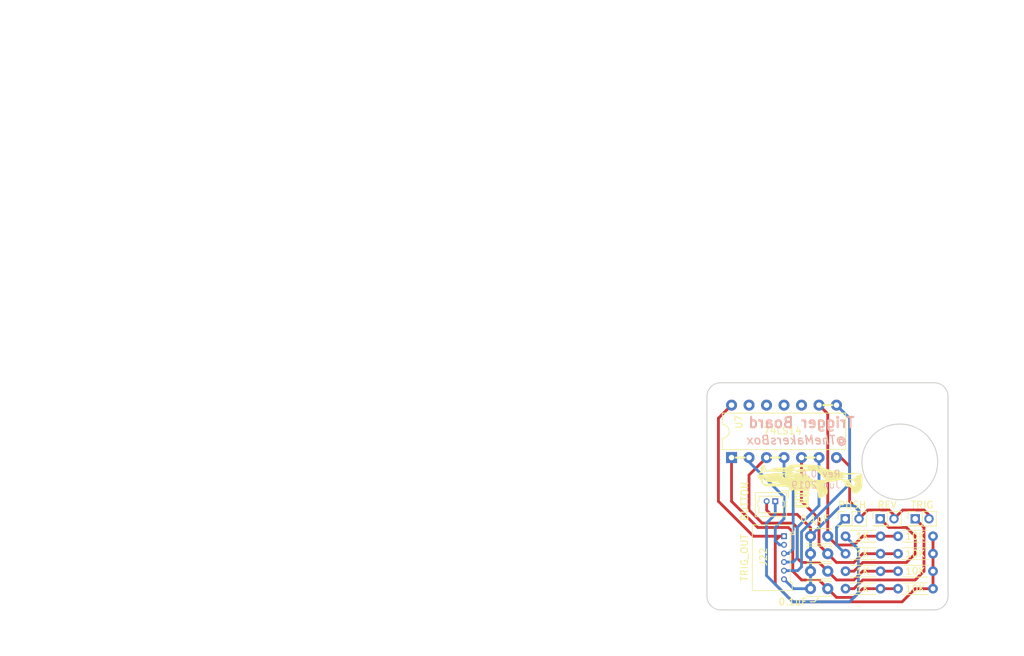
<source format=kicad_pcb>
(kicad_pcb (version 4) (host pcbnew 4.0.7)

  (general
    (links 34)
    (no_connects 0)
    (area 121.576572 35.89 271.419429 133.065001)
    (thickness 1.6)
    (drawings 36)
    (tracks 142)
    (zones 0)
    (modules 19)
    (nets 15)
  )

  (page A4)
  (title_block
    (date "lun. 30 mars 2015")
  )

  (layers
    (0 F.Cu signal)
    (31 B.Cu signal)
    (32 B.Adhes user)
    (33 F.Adhes user)
    (34 B.Paste user)
    (35 F.Paste user)
    (36 B.SilkS user)
    (37 F.SilkS user)
    (38 B.Mask user)
    (39 F.Mask user)
    (40 Dwgs.User user)
    (41 Cmts.User user)
    (42 Eco1.User user)
    (43 Eco2.User user)
    (44 Edge.Cuts user)
    (45 Margin user)
    (46 B.CrtYd user)
    (47 F.CrtYd user)
    (48 B.Fab user)
    (49 F.Fab user)
  )

  (setup
    (last_trace_width 0.25)
    (user_trace_width 0.254)
    (user_trace_width 0.3048)
    (user_trace_width 0.4064)
    (user_trace_width 0.6096)
    (user_trace_width 0.9144)
    (user_trace_width 1.524)
    (user_trace_width 2.032)
    (trace_clearance 0.2)
    (zone_clearance 0.508)
    (zone_45_only no)
    (trace_min 0.2)
    (segment_width 0.3)
    (edge_width 0.15)
    (via_size 0.6)
    (via_drill 0.4)
    (via_min_size 0.4)
    (via_min_drill 0.3)
    (uvia_size 0.3)
    (uvia_drill 0.1)
    (uvias_allowed no)
    (uvia_min_size 0.2)
    (uvia_min_drill 0.1)
    (pcb_text_width 0.3)
    (pcb_text_size 1.5 1.5)
    (mod_edge_width 0.15)
    (mod_text_size 1 1)
    (mod_text_width 0.15)
    (pad_size 2.4 2.4)
    (pad_drill 1.6)
    (pad_to_mask_clearance 0)
    (aux_axis_origin 110.998 126.365)
    (grid_origin 110.998 126.365)
    (visible_elements 7FFFFFFF)
    (pcbplotparams
      (layerselection 0x010f0_80000001)
      (usegerberextensions true)
      (excludeedgelayer true)
      (linewidth 0.100000)
      (plotframeref false)
      (viasonmask false)
      (mode 1)
      (useauxorigin false)
      (hpglpennumber 1)
      (hpglpenspeed 20)
      (hpglpendiameter 15)
      (hpglpenoverlay 2)
      (psnegative false)
      (psa4output false)
      (plotreference true)
      (plotvalue true)
      (plotinvisibletext false)
      (padsonsilk false)
      (subtractmaskfromsilk false)
      (outputformat 1)
      (mirror false)
      (drillshape 0)
      (scaleselection 1)
      (outputdirectory gerbers/))
  )

  (net 0 "")
  (net 1 GND)
  (net 2 VCC)
  (net 3 /TRIG)
  (net 4 "Net-(C6-Pad1)")
  (net 5 "Net-(C7-Pad1)")
  (net 6 "Net-(C8-Pad1)")
  (net 7 "Net-(C10-Pad1)")
  (net 8 "Net-(J6-Pad1)")
  (net 9 "Net-(J19-Pad1)")
  (net 10 "Net-(J20-Pad1)")
  (net 11 "Net-(J21-Pad1)")
  (net 12 /REV)
  (net 13 /PUSHER)
  (net 14 /BUTTON)

  (net_class Default "This is the default net class."
    (clearance 0.2)
    (trace_width 0.25)
    (via_dia 0.6)
    (via_drill 0.4)
    (uvia_dia 0.3)
    (uvia_drill 0.1)
    (add_net /BUTTON)
    (add_net /PUSHER)
    (add_net /REV)
    (add_net /TRIG)
    (add_net GND)
    (add_net "Net-(C10-Pad1)")
    (add_net "Net-(C6-Pad1)")
    (add_net "Net-(C7-Pad1)")
    (add_net "Net-(C8-Pad1)")
    (add_net "Net-(J19-Pad1)")
    (add_net "Net-(J20-Pad1)")
    (add_net "Net-(J21-Pad1)")
    (add_net "Net-(J6-Pad1)")
    (add_net VCC)
  )

  (module footprints:R__P5.08mm (layer F.Cu) (tedit 5CE6B6CD) (tstamp 5CF7D8C1)
    (at 253.238 113.665)
    (descr "Resistor, Axial_DIN0204 series, Axial, Horizontal, pin pitch=5.08mm, 0.16666666666666666W = 1/6W, length*diameter=3.6*1.6mm^2, http://cdn-reichelt.de/documents/datenblatt/B400/1_4W%23YAG.pdf")
    (tags "Resistor Axial_DIN0204 series Axial Horizontal pin pitch 5.08mm 0.16666666666666666W = 1/6W length 3.6mm diameter 1.6mm")
    (path /5CFBC339)
    (fp_text reference R19 (at 0 0) (layer F.SilkS) hide
      (effects (font (size 1 1) (thickness 0.15)))
    )
    (fp_text value 10K (at 0 0) (layer F.SilkS)
      (effects (font (size 1 1) (thickness 0.15)))
    )
    (fp_line (start -1.76 -0.8) (end -1.76 0.8) (layer F.Fab) (width 0.1))
    (fp_line (start -1.76 0.8) (end 1.84 0.8) (layer F.Fab) (width 0.1))
    (fp_line (start 1.84 0.8) (end 1.84 -0.8) (layer F.Fab) (width 0.1))
    (fp_line (start 1.84 -0.8) (end -1.76 -0.8) (layer F.Fab) (width 0.1))
    (fp_line (start -2.5 0) (end -1.76 0) (layer F.Fab) (width 0.1))
    (fp_line (start 2.58 0) (end 1.84 0) (layer F.Fab) (width 0.1))
    (fp_line (start -1.82 -0.86) (end 1.9 -0.86) (layer F.SilkS) (width 0.12))
    (fp_line (start -1.82 0.86) (end 1.9 0.86) (layer F.SilkS) (width 0.12))
    (fp_line (start -3.45 -1.15) (end -3.45 1.15) (layer F.CrtYd) (width 0.05))
    (fp_line (start -3.45 1.15) (end 3.55 1.15) (layer F.CrtYd) (width 0.05))
    (fp_line (start 3.55 1.15) (end 3.55 -1.15) (layer F.CrtYd) (width 0.05))
    (fp_line (start 3.55 -1.15) (end -3.45 -1.15) (layer F.CrtYd) (width 0.05))
    (pad 1 thru_hole circle (at -2.5 0) (size 1.4 1.4) (drill 0.7) (layers *.Cu *.Mask)
      (net 7 "Net-(C10-Pad1)"))
    (pad 2 thru_hole oval (at 2.58 0) (size 1.4 1.4) (drill 0.7) (layers *.Cu *.Mask)
      (net 2 VCC))
    (model ${KISYS3DMOD}/Resistors_THT.3dshapes/R_Axial_DIN0204_L3.6mm_D1.6mm_P5.08mm_Horizontal.wrl
      (at (xyz 0 0 0))
      (scale (xyz 0.393701 0.393701 0.393701))
      (rotate (xyz 0 0 0))
    )
  )

  (module footprints:DIP-14_W7.62mm (layer F.Cu) (tedit 5D13E2DC) (tstamp 5CF73F82)
    (at 226.568 102.235 90)
    (descr "14-lead though-hole mounted DIP package, row spacing 7.62 mm (300 mils)")
    (tags "THT DIP DIL PDIP 2.54mm 7.62mm 300mil")
    (path /5CF79C8A)
    (fp_text reference U7 (at 5.16 1.05 90) (layer F.SilkS)
      (effects (font (size 1 1) (thickness 0.15)))
    )
    (fp_text value 74LS14 (at 3.89 7.4 180) (layer F.SilkS)
      (effects (font (size 1 1) (thickness 0.15)))
    )
    (fp_arc (start 3.81 -1.33) (end 2.81 -1.33) (angle -180) (layer F.SilkS) (width 0.12))
    (fp_line (start 1.635 -1.27) (end 6.985 -1.27) (layer F.Fab) (width 0.1))
    (fp_line (start 6.985 -1.27) (end 6.985 16.51) (layer F.Fab) (width 0.1))
    (fp_line (start 6.985 16.51) (end 0.635 16.51) (layer F.Fab) (width 0.1))
    (fp_line (start 0.635 16.51) (end 0.635 -0.27) (layer F.Fab) (width 0.1))
    (fp_line (start 0.635 -0.27) (end 1.635 -1.27) (layer F.Fab) (width 0.1))
    (fp_line (start 2.81 -1.33) (end 1.16 -1.33) (layer F.SilkS) (width 0.12))
    (fp_line (start 1.16 -1.33) (end 1.16 16.57) (layer F.SilkS) (width 0.12))
    (fp_line (start 1.16 16.57) (end 6.46 16.57) (layer F.SilkS) (width 0.12))
    (fp_line (start 6.46 16.57) (end 6.46 -1.33) (layer F.SilkS) (width 0.12))
    (fp_line (start 6.46 -1.33) (end 4.81 -1.33) (layer F.SilkS) (width 0.12))
    (fp_line (start -1.1 -1.55) (end -1.1 16.8) (layer F.CrtYd) (width 0.05))
    (fp_line (start -1.1 16.8) (end 8.7 16.8) (layer F.CrtYd) (width 0.05))
    (fp_line (start 8.7 16.8) (end 8.7 -1.55) (layer F.CrtYd) (width 0.05))
    (fp_line (start 8.7 -1.55) (end -1.1 -1.55) (layer F.CrtYd) (width 0.05))
    (fp_text user %R (at 3.81 7.62 90) (layer F.Fab)
      (effects (font (size 1 1) (thickness 0.15)))
    )
    (pad 1 thru_hole rect (at 0 0 90) (size 1.6 1.6) (drill 0.8) (layers *.Cu *.Mask)
      (net 4 "Net-(C6-Pad1)"))
    (pad 8 thru_hole oval (at 7.62 15.24 90) (size 1.6 1.6) (drill 0.8) (layers *.Cu *.Mask)
      (net 14 /BUTTON))
    (pad 2 thru_hole oval (at 0 2.54 90) (size 1.6 1.6) (drill 0.8) (layers *.Cu *.Mask)
      (net 3 /TRIG))
    (pad 9 thru_hole oval (at 7.62 12.7 90) (size 1.6 1.6) (drill 0.8) (layers *.Cu *.Mask)
      (net 7 "Net-(C10-Pad1)"))
    (pad 3 thru_hole oval (at 0 5.08 90) (size 1.6 1.6) (drill 0.8) (layers *.Cu *.Mask)
      (net 5 "Net-(C7-Pad1)"))
    (pad 10 thru_hole oval (at 7.62 10.16 90) (size 1.6 1.6) (drill 0.8) (layers *.Cu *.Mask))
    (pad 4 thru_hole oval (at 0 7.62 90) (size 1.6 1.6) (drill 0.8) (layers *.Cu *.Mask)
      (net 12 /REV))
    (pad 11 thru_hole oval (at 7.62 7.62 90) (size 1.6 1.6) (drill 0.8) (layers *.Cu *.Mask))
    (pad 5 thru_hole oval (at 0 10.16 90) (size 1.6 1.6) (drill 0.8) (layers *.Cu *.Mask)
      (net 6 "Net-(C8-Pad1)"))
    (pad 12 thru_hole oval (at 7.62 5.08 90) (size 1.6 1.6) (drill 0.8) (layers *.Cu *.Mask))
    (pad 6 thru_hole oval (at 0 12.7 90) (size 1.6 1.6) (drill 0.8) (layers *.Cu *.Mask)
      (net 13 /PUSHER))
    (pad 13 thru_hole oval (at 7.62 2.54 90) (size 1.6 1.6) (drill 0.8) (layers *.Cu *.Mask))
    (pad 7 thru_hole oval (at 0 15.24 90) (size 1.6 1.6) (drill 0.8) (layers *.Cu *.Mask)
      (net 1 GND))
    (pad 14 thru_hole oval (at 7.62 0 90) (size 1.6 1.6) (drill 0.8) (layers *.Cu *.Mask)
      (net 2 VCC))
    (model ${KISYS3DMOD}/Housings_DIP.3dshapes/DIP-14_W7.62mm.wrl
      (at (xyz 0 0 0))
      (scale (xyz 1 1 1))
      (rotate (xyz 0 0 0))
    )
  )

  (module footprints:Molex_PicoBlade_53048-0610_06x1.25mm_Angled (layer F.Cu) (tedit 5CF81F21) (tstamp 5D001EDA)
    (at 234.188 113.665 270)
    (descr "Molex PicoBlade, single row, side entry type, through hole, PN:53048-0610")
    (tags "connector molex picoblade")
    (path /5CFC06DE)
    (fp_text reference J22 (at 3 3 270) (layer F.SilkS)
      (effects (font (size 1 1) (thickness 0.15)))
    )
    (fp_text value TRIG_OUT (at 3.125 5.75 270) (layer F.SilkS)
      (effects (font (size 1 1) (thickness 0.15)))
    )
    (fp_line (start -0.25 -1.15) (end -0.25 -1.45) (layer F.SilkS) (width 0.12))
    (fp_line (start -0.25 -1.45) (end -0.75 -1.45) (layer F.SilkS) (width 0.12))
    (fp_line (start -0.25 -1.15) (end -0.25 -1.45) (layer F.Fab) (width 0.1))
    (fp_line (start -0.25 -1.45) (end -0.75 -1.45) (layer F.Fab) (width 0.1))
    (fp_line (start 3.1 -1.25) (end -0.15 -1.25) (layer F.CrtYd) (width 0.05))
    (fp_line (start -0.15 -1.25) (end -0.15 -1.55) (layer F.CrtYd) (width 0.05))
    (fp_line (start -0.15 -1.55) (end -2 -1.55) (layer F.CrtYd) (width 0.05))
    (fp_line (start -2 -1.55) (end -2 4.95) (layer F.CrtYd) (width 0.05))
    (fp_line (start -2 4.95) (end 3.1 4.95) (layer F.CrtYd) (width 0.05))
    (fp_line (start 3.1 -1.25) (end 6.4 -1.25) (layer F.CrtYd) (width 0.05))
    (fp_line (start 6.4 -1.25) (end 6.4 -1.55) (layer F.CrtYd) (width 0.05))
    (fp_line (start 6.4 -1.55) (end 8.25 -1.55) (layer F.CrtYd) (width 0.05))
    (fp_line (start 8.25 -1.55) (end 8.25 4.95) (layer F.CrtYd) (width 0.05))
    (fp_line (start 8.25 4.95) (end 3.1 4.95) (layer F.CrtYd) (width 0.05))
    (fp_line (start 3.125 -0.75) (end -0.65 -0.75) (layer F.Fab) (width 0.1))
    (fp_line (start -0.65 -0.75) (end -0.65 -1.05) (layer F.Fab) (width 0.1))
    (fp_line (start -0.65 -1.05) (end -1.5 -1.05) (layer F.Fab) (width 0.1))
    (fp_line (start -1.5 -1.05) (end -1.5 4.45) (layer F.Fab) (width 0.1))
    (fp_line (start -1.5 4.45) (end 3.125 4.45) (layer F.Fab) (width 0.1))
    (fp_line (start 3.125 -0.75) (end 6.9 -0.75) (layer F.Fab) (width 0.1))
    (fp_line (start 6.9 -0.75) (end 6.9 -1.05) (layer F.Fab) (width 0.1))
    (fp_line (start 6.9 -1.05) (end 7.75 -1.05) (layer F.Fab) (width 0.1))
    (fp_line (start 7.75 -1.05) (end 7.75 4.45) (layer F.Fab) (width 0.1))
    (fp_line (start 7.75 4.45) (end 3.125 4.45) (layer F.Fab) (width 0.1))
    (fp_line (start 3.125 -0.9) (end -0.5 -0.9) (layer F.SilkS) (width 0.12))
    (fp_line (start -0.5 -0.9) (end -0.5 -1.2) (layer F.SilkS) (width 0.12))
    (fp_line (start -0.5 -1.2) (end -1.65 -1.2) (layer F.SilkS) (width 0.12))
    (fp_line (start -1.65 -1.2) (end -1.65 4.6) (layer F.SilkS) (width 0.12))
    (fp_line (start -1.65 4.6) (end 3.125 4.6) (layer F.SilkS) (width 0.12))
    (fp_line (start 3.125 -0.9) (end 6.75 -0.9) (layer F.SilkS) (width 0.12))
    (fp_line (start 6.75 -0.9) (end 6.75 -1.2) (layer F.SilkS) (width 0.12))
    (fp_line (start 6.75 -1.2) (end 7.9 -1.2) (layer F.SilkS) (width 0.12))
    (fp_line (start 7.9 -1.2) (end 7.9 4.6) (layer F.SilkS) (width 0.12))
    (fp_line (start 7.9 4.6) (end 3.125 4.6) (layer F.SilkS) (width 0.12))
    (fp_text user %R (at 3.125 3 270) (layer F.Fab)
      (effects (font (size 1 1) (thickness 0.15)))
    )
    (pad 1 thru_hole rect (at 0 0 270) (size 0.85 0.85) (drill 0.5) (layers *.Cu *.Mask)
      (net 2 VCC))
    (pad 2 thru_hole circle (at 1.25 0 270) (size 0.85 0.85) (drill 0.5) (layers *.Cu *.Mask)
      (net 3 /TRIG))
    (pad 3 thru_hole circle (at 2.5 0 270) (size 0.85 0.85) (drill 0.5) (layers *.Cu *.Mask)
      (net 12 /REV))
    (pad 4 thru_hole circle (at 3.75 0 270) (size 0.85 0.85) (drill 0.5) (layers *.Cu *.Mask)
      (net 13 /PUSHER))
    (pad 5 thru_hole circle (at 5 0 270) (size 0.85 0.85) (drill 0.5) (layers *.Cu *.Mask)
      (net 14 /BUTTON))
    (pad 6 thru_hole circle (at 6.25 0 270) (size 0.85 0.85) (drill 0.5) (layers *.Cu *.Mask)
      (net 1 GND))
    (model ${KISYS3DMOD}/Connectors_Molex.3dshapes/Molex_PicoBlade_53048-0610_06x1.25mm_Angled.wrl
      (at (xyz 0 0 0))
      (scale (xyz 1 1 1))
      (rotate (xyz 0 0 0))
    )
  )

  (module footprints:R__P5.08mm (layer F.Cu) (tedit 5CE6B6CD) (tstamp 5CDF7B01)
    (at 253.238 116.205)
    (descr "Resistor, Axial_DIN0204 series, Axial, Horizontal, pin pitch=5.08mm, 0.16666666666666666W = 1/6W, length*diameter=3.6*1.6mm^2, http://cdn-reichelt.de/documents/datenblatt/B400/1_4W%23YAG.pdf")
    (tags "Resistor Axial_DIN0204 series Axial Horizontal pin pitch 5.08mm 0.16666666666666666W = 1/6W length 3.6mm diameter 1.6mm")
    (path /5CE121EF)
    (fp_text reference R10 (at 0 0) (layer F.SilkS) hide
      (effects (font (size 1 1) (thickness 0.15)))
    )
    (fp_text value 10K (at 0 0) (layer F.SilkS)
      (effects (font (size 1 1) (thickness 0.15)))
    )
    (fp_line (start -1.76 -0.8) (end -1.76 0.8) (layer F.Fab) (width 0.1))
    (fp_line (start -1.76 0.8) (end 1.84 0.8) (layer F.Fab) (width 0.1))
    (fp_line (start 1.84 0.8) (end 1.84 -0.8) (layer F.Fab) (width 0.1))
    (fp_line (start 1.84 -0.8) (end -1.76 -0.8) (layer F.Fab) (width 0.1))
    (fp_line (start -2.5 0) (end -1.76 0) (layer F.Fab) (width 0.1))
    (fp_line (start 2.58 0) (end 1.84 0) (layer F.Fab) (width 0.1))
    (fp_line (start -1.82 -0.86) (end 1.9 -0.86) (layer F.SilkS) (width 0.12))
    (fp_line (start -1.82 0.86) (end 1.9 0.86) (layer F.SilkS) (width 0.12))
    (fp_line (start -3.45 -1.15) (end -3.45 1.15) (layer F.CrtYd) (width 0.05))
    (fp_line (start -3.45 1.15) (end 3.55 1.15) (layer F.CrtYd) (width 0.05))
    (fp_line (start 3.55 1.15) (end 3.55 -1.15) (layer F.CrtYd) (width 0.05))
    (fp_line (start 3.55 -1.15) (end -3.45 -1.15) (layer F.CrtYd) (width 0.05))
    (pad 1 thru_hole circle (at -2.5 0) (size 1.4 1.4) (drill 0.7) (layers *.Cu *.Mask)
      (net 6 "Net-(C8-Pad1)"))
    (pad 2 thru_hole oval (at 2.58 0) (size 1.4 1.4) (drill 0.7) (layers *.Cu *.Mask)
      (net 2 VCC))
    (model ${KISYS3DMOD}/Resistors_THT.3dshapes/R_Axial_DIN0204_L3.6mm_D1.6mm_P5.08mm_Horizontal.wrl
      (at (xyz 0 0 0))
      (scale (xyz 0.393701 0.393701 0.393701))
      (rotate (xyz 0 0 0))
    )
  )

  (module footprints:R__P5.08mm (layer F.Cu) (tedit 5CE6B6CD) (tstamp 5CDF7E49)
    (at 253.238 121.285)
    (descr "Resistor, Axial_DIN0204 series, Axial, Horizontal, pin pitch=5.08mm, 0.16666666666666666W = 1/6W, length*diameter=3.6*1.6mm^2, http://cdn-reichelt.de/documents/datenblatt/B400/1_4W%23YAG.pdf")
    (tags "Resistor Axial_DIN0204 series Axial Horizontal pin pitch 5.08mm 0.16666666666666666W = 1/6W length 3.6mm diameter 1.6mm")
    (path /5CE0DBDA)
    (fp_text reference R4 (at 0 0) (layer F.SilkS) hide
      (effects (font (size 1 1) (thickness 0.15)))
    )
    (fp_text value 10K (at 0 0) (layer F.SilkS)
      (effects (font (size 1 1) (thickness 0.15)))
    )
    (fp_line (start -1.76 -0.8) (end -1.76 0.8) (layer F.Fab) (width 0.1))
    (fp_line (start -1.76 0.8) (end 1.84 0.8) (layer F.Fab) (width 0.1))
    (fp_line (start 1.84 0.8) (end 1.84 -0.8) (layer F.Fab) (width 0.1))
    (fp_line (start 1.84 -0.8) (end -1.76 -0.8) (layer F.Fab) (width 0.1))
    (fp_line (start -2.5 0) (end -1.76 0) (layer F.Fab) (width 0.1))
    (fp_line (start 2.58 0) (end 1.84 0) (layer F.Fab) (width 0.1))
    (fp_line (start -1.82 -0.86) (end 1.9 -0.86) (layer F.SilkS) (width 0.12))
    (fp_line (start -1.82 0.86) (end 1.9 0.86) (layer F.SilkS) (width 0.12))
    (fp_line (start -3.45 -1.15) (end -3.45 1.15) (layer F.CrtYd) (width 0.05))
    (fp_line (start -3.45 1.15) (end 3.55 1.15) (layer F.CrtYd) (width 0.05))
    (fp_line (start 3.55 1.15) (end 3.55 -1.15) (layer F.CrtYd) (width 0.05))
    (fp_line (start 3.55 -1.15) (end -3.45 -1.15) (layer F.CrtYd) (width 0.05))
    (pad 1 thru_hole circle (at -2.5 0) (size 1.4 1.4) (drill 0.7) (layers *.Cu *.Mask)
      (net 4 "Net-(C6-Pad1)"))
    (pad 2 thru_hole oval (at 2.58 0) (size 1.4 1.4) (drill 0.7) (layers *.Cu *.Mask)
      (net 2 VCC))
    (model ${KISYS3DMOD}/Resistors_THT.3dshapes/R_Axial_DIN0204_L3.6mm_D1.6mm_P5.08mm_Horizontal.wrl
      (at (xyz 0 0 0))
      (scale (xyz 0.393701 0.393701 0.393701))
      (rotate (xyz 0 0 0))
    )
  )

  (module footprints:R__P5.08mm (layer F.Cu) (tedit 5CE6B6CD) (tstamp 5CDF7E55)
    (at 253.238 118.745)
    (descr "Resistor, Axial_DIN0204 series, Axial, Horizontal, pin pitch=5.08mm, 0.16666666666666666W = 1/6W, length*diameter=3.6*1.6mm^2, http://cdn-reichelt.de/documents/datenblatt/B400/1_4W%23YAG.pdf")
    (tags "Resistor Axial_DIN0204 series Axial Horizontal pin pitch 5.08mm 0.16666666666666666W = 1/6W length 3.6mm diameter 1.6mm")
    (path /5CE1198B)
    (fp_text reference R6 (at 0 0) (layer F.SilkS) hide
      (effects (font (size 1 1) (thickness 0.15)))
    )
    (fp_text value 10K (at 0 0) (layer F.SilkS)
      (effects (font (size 1 1) (thickness 0.15)))
    )
    (fp_line (start -1.76 -0.8) (end -1.76 0.8) (layer F.Fab) (width 0.1))
    (fp_line (start -1.76 0.8) (end 1.84 0.8) (layer F.Fab) (width 0.1))
    (fp_line (start 1.84 0.8) (end 1.84 -0.8) (layer F.Fab) (width 0.1))
    (fp_line (start 1.84 -0.8) (end -1.76 -0.8) (layer F.Fab) (width 0.1))
    (fp_line (start -2.5 0) (end -1.76 0) (layer F.Fab) (width 0.1))
    (fp_line (start 2.58 0) (end 1.84 0) (layer F.Fab) (width 0.1))
    (fp_line (start -1.82 -0.86) (end 1.9 -0.86) (layer F.SilkS) (width 0.12))
    (fp_line (start -1.82 0.86) (end 1.9 0.86) (layer F.SilkS) (width 0.12))
    (fp_line (start -3.45 -1.15) (end -3.45 1.15) (layer F.CrtYd) (width 0.05))
    (fp_line (start -3.45 1.15) (end 3.55 1.15) (layer F.CrtYd) (width 0.05))
    (fp_line (start 3.55 1.15) (end 3.55 -1.15) (layer F.CrtYd) (width 0.05))
    (fp_line (start 3.55 -1.15) (end -3.45 -1.15) (layer F.CrtYd) (width 0.05))
    (pad 1 thru_hole circle (at -2.5 0) (size 1.4 1.4) (drill 0.7) (layers *.Cu *.Mask)
      (net 5 "Net-(C7-Pad1)"))
    (pad 2 thru_hole oval (at 2.58 0) (size 1.4 1.4) (drill 0.7) (layers *.Cu *.Mask)
      (net 2 VCC))
    (model ${KISYS3DMOD}/Resistors_THT.3dshapes/R_Axial_DIN0204_L3.6mm_D1.6mm_P5.08mm_Horizontal.wrl
      (at (xyz 0 0 0))
      (scale (xyz 0.393701 0.393701 0.393701))
      (rotate (xyz 0 0 0))
    )
  )

  (module footprints:R__P5.08mm (layer F.Cu) (tedit 5CE6B6CD) (tstamp 5CDF7B07)
    (at 245.618 116.205)
    (descr "Resistor, Axial_DIN0204 series, Axial, Horizontal, pin pitch=5.08mm, 0.16666666666666666W = 1/6W, length*diameter=3.6*1.6mm^2, http://cdn-reichelt.de/documents/datenblatt/B400/1_4W%23YAG.pdf")
    (tags "Resistor Axial_DIN0204 series Axial Horizontal pin pitch 5.08mm 0.16666666666666666W = 1/6W length 3.6mm diameter 1.6mm")
    (path /5CE121F5)
    (fp_text reference R11 (at 0 0) (layer F.SilkS) hide
      (effects (font (size 1 1) (thickness 0.15)))
    )
    (fp_text value 1K (at 0 0) (layer F.SilkS)
      (effects (font (size 1 1) (thickness 0.15)))
    )
    (fp_line (start -1.76 -0.8) (end -1.76 0.8) (layer F.Fab) (width 0.1))
    (fp_line (start -1.76 0.8) (end 1.84 0.8) (layer F.Fab) (width 0.1))
    (fp_line (start 1.84 0.8) (end 1.84 -0.8) (layer F.Fab) (width 0.1))
    (fp_line (start 1.84 -0.8) (end -1.76 -0.8) (layer F.Fab) (width 0.1))
    (fp_line (start -2.5 0) (end -1.76 0) (layer F.Fab) (width 0.1))
    (fp_line (start 2.58 0) (end 1.84 0) (layer F.Fab) (width 0.1))
    (fp_line (start -1.82 -0.86) (end 1.9 -0.86) (layer F.SilkS) (width 0.12))
    (fp_line (start -1.82 0.86) (end 1.9 0.86) (layer F.SilkS) (width 0.12))
    (fp_line (start -3.45 -1.15) (end -3.45 1.15) (layer F.CrtYd) (width 0.05))
    (fp_line (start -3.45 1.15) (end 3.55 1.15) (layer F.CrtYd) (width 0.05))
    (fp_line (start 3.55 1.15) (end 3.55 -1.15) (layer F.CrtYd) (width 0.05))
    (fp_line (start 3.55 -1.15) (end -3.45 -1.15) (layer F.CrtYd) (width 0.05))
    (pad 1 thru_hole circle (at -2.5 0) (size 1.4 1.4) (drill 0.7) (layers *.Cu *.Mask)
      (net 10 "Net-(J20-Pad1)"))
    (pad 2 thru_hole oval (at 2.58 0) (size 1.4 1.4) (drill 0.7) (layers *.Cu *.Mask)
      (net 6 "Net-(C8-Pad1)"))
    (model ${KISYS3DMOD}/Resistors_THT.3dshapes/R_Axial_DIN0204_L3.6mm_D1.6mm_P5.08mm_Horizontal.wrl
      (at (xyz 0 0 0))
      (scale (xyz 0.393701 0.393701 0.393701))
      (rotate (xyz 0 0 0))
    )
  )

  (module footprints:R__P5.08mm (layer F.Cu) (tedit 5CE6B6CD) (tstamp 5CDF7E5B)
    (at 245.618 118.745)
    (descr "Resistor, Axial_DIN0204 series, Axial, Horizontal, pin pitch=5.08mm, 0.16666666666666666W = 1/6W, length*diameter=3.6*1.6mm^2, http://cdn-reichelt.de/documents/datenblatt/B400/1_4W%23YAG.pdf")
    (tags "Resistor Axial_DIN0204 series Axial Horizontal pin pitch 5.08mm 0.16666666666666666W = 1/6W length 3.6mm diameter 1.6mm")
    (path /5CE11991)
    (fp_text reference R7 (at 0 0) (layer F.SilkS) hide
      (effects (font (size 1 1) (thickness 0.15)))
    )
    (fp_text value 1K (at 0 0) (layer F.SilkS)
      (effects (font (size 1 1) (thickness 0.15)))
    )
    (fp_line (start -1.76 -0.8) (end -1.76 0.8) (layer F.Fab) (width 0.1))
    (fp_line (start -1.76 0.8) (end 1.84 0.8) (layer F.Fab) (width 0.1))
    (fp_line (start 1.84 0.8) (end 1.84 -0.8) (layer F.Fab) (width 0.1))
    (fp_line (start 1.84 -0.8) (end -1.76 -0.8) (layer F.Fab) (width 0.1))
    (fp_line (start -2.5 0) (end -1.76 0) (layer F.Fab) (width 0.1))
    (fp_line (start 2.58 0) (end 1.84 0) (layer F.Fab) (width 0.1))
    (fp_line (start -1.82 -0.86) (end 1.9 -0.86) (layer F.SilkS) (width 0.12))
    (fp_line (start -1.82 0.86) (end 1.9 0.86) (layer F.SilkS) (width 0.12))
    (fp_line (start -3.45 -1.15) (end -3.45 1.15) (layer F.CrtYd) (width 0.05))
    (fp_line (start -3.45 1.15) (end 3.55 1.15) (layer F.CrtYd) (width 0.05))
    (fp_line (start 3.55 1.15) (end 3.55 -1.15) (layer F.CrtYd) (width 0.05))
    (fp_line (start 3.55 -1.15) (end -3.45 -1.15) (layer F.CrtYd) (width 0.05))
    (pad 1 thru_hole circle (at -2.5 0) (size 1.4 1.4) (drill 0.7) (layers *.Cu *.Mask)
      (net 8 "Net-(J6-Pad1)"))
    (pad 2 thru_hole oval (at 2.58 0) (size 1.4 1.4) (drill 0.7) (layers *.Cu *.Mask)
      (net 5 "Net-(C7-Pad1)"))
    (model ${KISYS3DMOD}/Resistors_THT.3dshapes/R_Axial_DIN0204_L3.6mm_D1.6mm_P5.08mm_Horizontal.wrl
      (at (xyz 0 0 0))
      (scale (xyz 0.393701 0.393701 0.393701))
      (rotate (xyz 0 0 0))
    )
  )

  (module footprints:R__P5.08mm (layer F.Cu) (tedit 5CE6B6CD) (tstamp 5CDF7E4F)
    (at 245.618 121.285)
    (descr "Resistor, Axial_DIN0204 series, Axial, Horizontal, pin pitch=5.08mm, 0.16666666666666666W = 1/6W, length*diameter=3.6*1.6mm^2, http://cdn-reichelt.de/documents/datenblatt/B400/1_4W%23YAG.pdf")
    (tags "Resistor Axial_DIN0204 series Axial Horizontal pin pitch 5.08mm 0.16666666666666666W = 1/6W length 3.6mm diameter 1.6mm")
    (path /5CE0DCF4)
    (fp_text reference R5 (at 0 0) (layer F.SilkS) hide
      (effects (font (size 1 1) (thickness 0.15)))
    )
    (fp_text value 1K (at 0 0) (layer F.SilkS)
      (effects (font (size 1 1) (thickness 0.15)))
    )
    (fp_line (start -1.76 -0.8) (end -1.76 0.8) (layer F.Fab) (width 0.1))
    (fp_line (start -1.76 0.8) (end 1.84 0.8) (layer F.Fab) (width 0.1))
    (fp_line (start 1.84 0.8) (end 1.84 -0.8) (layer F.Fab) (width 0.1))
    (fp_line (start 1.84 -0.8) (end -1.76 -0.8) (layer F.Fab) (width 0.1))
    (fp_line (start -2.5 0) (end -1.76 0) (layer F.Fab) (width 0.1))
    (fp_line (start 2.58 0) (end 1.84 0) (layer F.Fab) (width 0.1))
    (fp_line (start -1.82 -0.86) (end 1.9 -0.86) (layer F.SilkS) (width 0.12))
    (fp_line (start -1.82 0.86) (end 1.9 0.86) (layer F.SilkS) (width 0.12))
    (fp_line (start -3.45 -1.15) (end -3.45 1.15) (layer F.CrtYd) (width 0.05))
    (fp_line (start -3.45 1.15) (end 3.55 1.15) (layer F.CrtYd) (width 0.05))
    (fp_line (start 3.55 1.15) (end 3.55 -1.15) (layer F.CrtYd) (width 0.05))
    (fp_line (start 3.55 -1.15) (end -3.45 -1.15) (layer F.CrtYd) (width 0.05))
    (pad 1 thru_hole circle (at -2.5 0) (size 1.4 1.4) (drill 0.7) (layers *.Cu *.Mask)
      (net 9 "Net-(J19-Pad1)"))
    (pad 2 thru_hole oval (at 2.58 0) (size 1.4 1.4) (drill 0.7) (layers *.Cu *.Mask)
      (net 4 "Net-(C6-Pad1)"))
    (model ${KISYS3DMOD}/Resistors_THT.3dshapes/R_Axial_DIN0204_L3.6mm_D1.6mm_P5.08mm_Horizontal.wrl
      (at (xyz 0 0 0))
      (scale (xyz 0.393701 0.393701 0.393701))
      (rotate (xyz 0 0 0))
    )
  )

  (module footprints:C_Disc_D3.4mm_W2.1mm_P2.50mm (layer F.Cu) (tedit 5D143771) (tstamp 5CE76671)
    (at 240.538 121.285 180)
    (descr "C, Disc series, Radial, pin pitch=2.50mm, , diameter*width=3.4*2.1mm^2, Capacitor, http://www.vishay.com/docs/45233/krseries.pdf")
    (tags "C Disc series Radial pin pitch 2.50mm  diameter 3.4mm width 2.1mm Capacitor")
    (path /5CE0DDB2)
    (fp_text reference C6 (at 1.25 -2.36 180) (layer F.SilkS) hide
      (effects (font (size 1 1) (thickness 0.15)))
    )
    (fp_text value 0.1uF (at 5.08 -1.905 180) (layer F.SilkS)
      (effects (font (size 1 1) (thickness 0.15)))
    )
    (fp_line (start -0.45 -1.05) (end -0.45 1.05) (layer F.Fab) (width 0.1))
    (fp_line (start -0.45 1.05) (end 2.95 1.05) (layer F.Fab) (width 0.1))
    (fp_line (start 2.95 1.05) (end 2.95 -1.05) (layer F.Fab) (width 0.1))
    (fp_line (start 2.95 -1.05) (end -0.45 -1.05) (layer F.Fab) (width 0.1))
    (fp_line (start -0.51 -1.11) (end 3.01 -1.11) (layer F.SilkS) (width 0.12))
    (fp_line (start -0.51 1.11) (end 3.01 1.11) (layer F.SilkS) (width 0.12))
    (fp_line (start -0.51 -1.11) (end -0.51 -0.996) (layer F.SilkS) (width 0.12))
    (fp_line (start -0.51 0.996) (end -0.51 1.11) (layer F.SilkS) (width 0.12))
    (fp_line (start 3.01 -1.11) (end 3.01 -0.996) (layer F.SilkS) (width 0.12))
    (fp_line (start 3.01 0.996) (end 3.01 1.11) (layer F.SilkS) (width 0.12))
    (fp_line (start -1.05 -1.4) (end -1.05 1.4) (layer F.CrtYd) (width 0.05))
    (fp_line (start -1.05 1.4) (end 3.55 1.4) (layer F.CrtYd) (width 0.05))
    (fp_line (start 3.55 1.4) (end 3.55 -1.4) (layer F.CrtYd) (width 0.05))
    (fp_line (start 3.55 -1.4) (end -1.05 -1.4) (layer F.CrtYd) (width 0.05))
    (fp_text user %R (at 1.25 0 180) (layer F.Fab)
      (effects (font (size 1 1) (thickness 0.15)))
    )
    (pad 1 thru_hole circle (at 0 0 180) (size 1.6 1.6) (drill 0.8) (layers *.Cu *.Mask)
      (net 4 "Net-(C6-Pad1)"))
    (pad 2 thru_hole circle (at 2.5 0 180) (size 1.6 1.6) (drill 0.8) (layers *.Cu *.Mask)
      (net 1 GND))
    (model ${KISYS3DMOD}/Capacitors_THT.3dshapes/C_Disc_D3.4mm_W2.1mm_P2.50mm.wrl
      (at (xyz 0 0 0))
      (scale (xyz 1 1 1))
      (rotate (xyz 0 0 0))
    )
  )

  (module footprints:C_Disc_D3.4mm_W2.1mm_P2.50mm (layer F.Cu) (tedit 5D143730) (tstamp 5CE76685)
    (at 240.538 118.745 180)
    (descr "C, Disc series, Radial, pin pitch=2.50mm, , diameter*width=3.4*2.1mm^2, Capacitor, http://www.vishay.com/docs/45233/krseries.pdf")
    (tags "C Disc series Radial pin pitch 2.50mm  diameter 3.4mm width 2.1mm Capacitor")
    (path /5CE11997)
    (fp_text reference C7 (at 1.25 -2.36 180) (layer F.SilkS) hide
      (effects (font (size 1 1) (thickness 0.15)))
    )
    (fp_text value 0.1uF (at 1.27 1.905 180) (layer F.SilkS) hide
      (effects (font (size 1 1) (thickness 0.15)))
    )
    (fp_line (start -0.45 -1.05) (end -0.45 1.05) (layer F.Fab) (width 0.1))
    (fp_line (start -0.45 1.05) (end 2.95 1.05) (layer F.Fab) (width 0.1))
    (fp_line (start 2.95 1.05) (end 2.95 -1.05) (layer F.Fab) (width 0.1))
    (fp_line (start 2.95 -1.05) (end -0.45 -1.05) (layer F.Fab) (width 0.1))
    (fp_line (start -0.51 -1.11) (end 3.01 -1.11) (layer F.SilkS) (width 0.12))
    (fp_line (start -0.51 1.11) (end 3.01 1.11) (layer F.SilkS) (width 0.12))
    (fp_line (start -0.51 -1.11) (end -0.51 -0.996) (layer F.SilkS) (width 0.12))
    (fp_line (start -0.51 0.996) (end -0.51 1.11) (layer F.SilkS) (width 0.12))
    (fp_line (start 3.01 -1.11) (end 3.01 -0.996) (layer F.SilkS) (width 0.12))
    (fp_line (start 3.01 0.996) (end 3.01 1.11) (layer F.SilkS) (width 0.12))
    (fp_line (start -1.05 -1.4) (end -1.05 1.4) (layer F.CrtYd) (width 0.05))
    (fp_line (start -1.05 1.4) (end 3.55 1.4) (layer F.CrtYd) (width 0.05))
    (fp_line (start 3.55 1.4) (end 3.55 -1.4) (layer F.CrtYd) (width 0.05))
    (fp_line (start 3.55 -1.4) (end -1.05 -1.4) (layer F.CrtYd) (width 0.05))
    (fp_text user %R (at 1.25 0 180) (layer F.Fab)
      (effects (font (size 1 1) (thickness 0.15)))
    )
    (pad 1 thru_hole circle (at 0 0 180) (size 1.6 1.6) (drill 0.8) (layers *.Cu *.Mask)
      (net 5 "Net-(C7-Pad1)"))
    (pad 2 thru_hole circle (at 2.5 0 180) (size 1.6 1.6) (drill 0.8) (layers *.Cu *.Mask)
      (net 1 GND))
    (model ${KISYS3DMOD}/Capacitors_THT.3dshapes/C_Disc_D3.4mm_W2.1mm_P2.50mm.wrl
      (at (xyz 0 0 0))
      (scale (xyz 1 1 1))
      (rotate (xyz 0 0 0))
    )
  )

  (module footprints:C_Disc_D3.4mm_W2.1mm_P2.50mm (layer F.Cu) (tedit 5D143736) (tstamp 5CE76699)
    (at 240.538 116.205 180)
    (descr "C, Disc series, Radial, pin pitch=2.50mm, , diameter*width=3.4*2.1mm^2, Capacitor, http://www.vishay.com/docs/45233/krseries.pdf")
    (tags "C Disc series Radial pin pitch 2.50mm  diameter 3.4mm width 2.1mm Capacitor")
    (path /5CE121FB)
    (fp_text reference C8 (at 1.25 -2.36 180) (layer F.SilkS) hide
      (effects (font (size 1 1) (thickness 0.15)))
    )
    (fp_text value 0.1uF (at 1.27 1.905 180) (layer F.SilkS) hide
      (effects (font (size 1 1) (thickness 0.15)))
    )
    (fp_line (start -0.45 -1.05) (end -0.45 1.05) (layer F.Fab) (width 0.1))
    (fp_line (start -0.45 1.05) (end 2.95 1.05) (layer F.Fab) (width 0.1))
    (fp_line (start 2.95 1.05) (end 2.95 -1.05) (layer F.Fab) (width 0.1))
    (fp_line (start 2.95 -1.05) (end -0.45 -1.05) (layer F.Fab) (width 0.1))
    (fp_line (start -0.51 -1.11) (end 3.01 -1.11) (layer F.SilkS) (width 0.12))
    (fp_line (start -0.51 1.11) (end 3.01 1.11) (layer F.SilkS) (width 0.12))
    (fp_line (start -0.51 -1.11) (end -0.51 -0.996) (layer F.SilkS) (width 0.12))
    (fp_line (start -0.51 0.996) (end -0.51 1.11) (layer F.SilkS) (width 0.12))
    (fp_line (start 3.01 -1.11) (end 3.01 -0.996) (layer F.SilkS) (width 0.12))
    (fp_line (start 3.01 0.996) (end 3.01 1.11) (layer F.SilkS) (width 0.12))
    (fp_line (start -1.05 -1.4) (end -1.05 1.4) (layer F.CrtYd) (width 0.05))
    (fp_line (start -1.05 1.4) (end 3.55 1.4) (layer F.CrtYd) (width 0.05))
    (fp_line (start 3.55 1.4) (end 3.55 -1.4) (layer F.CrtYd) (width 0.05))
    (fp_line (start 3.55 -1.4) (end -1.05 -1.4) (layer F.CrtYd) (width 0.05))
    (fp_text user %R (at 1.25 0 180) (layer F.Fab)
      (effects (font (size 1 1) (thickness 0.15)))
    )
    (pad 1 thru_hole circle (at 0 0 180) (size 1.6 1.6) (drill 0.8) (layers *.Cu *.Mask)
      (net 6 "Net-(C8-Pad1)"))
    (pad 2 thru_hole circle (at 2.5 0 180) (size 1.6 1.6) (drill 0.8) (layers *.Cu *.Mask)
      (net 1 GND))
    (model ${KISYS3DMOD}/Capacitors_THT.3dshapes/C_Disc_D3.4mm_W2.1mm_P2.50mm.wrl
      (at (xyz 0 0 0))
      (scale (xyz 1 1 1))
      (rotate (xyz 0 0 0))
    )
  )

  (module footprints:C_Disc_D3.4mm_W2.1mm_P2.50mm (layer F.Cu) (tedit 5D143741) (tstamp 5CF7D7FB)
    (at 240.538 113.665 180)
    (descr "C, Disc series, Radial, pin pitch=2.50mm, , diameter*width=3.4*2.1mm^2, Capacitor, http://www.vishay.com/docs/45233/krseries.pdf")
    (tags "C Disc series Radial pin pitch 2.50mm  diameter 3.4mm width 2.1mm Capacitor")
    (path /5CFBC345)
    (fp_text reference C10 (at 1.25 -2.36 180) (layer F.SilkS) hide
      (effects (font (size 1 1) (thickness 0.15)))
    )
    (fp_text value 0.1uF (at 1.905 2.54 180) (layer F.SilkS)
      (effects (font (size 1 1) (thickness 0.15)))
    )
    (fp_line (start -0.45 -1.05) (end -0.45 1.05) (layer F.Fab) (width 0.1))
    (fp_line (start -0.45 1.05) (end 2.95 1.05) (layer F.Fab) (width 0.1))
    (fp_line (start 2.95 1.05) (end 2.95 -1.05) (layer F.Fab) (width 0.1))
    (fp_line (start 2.95 -1.05) (end -0.45 -1.05) (layer F.Fab) (width 0.1))
    (fp_line (start -0.51 -1.11) (end 3.01 -1.11) (layer F.SilkS) (width 0.12))
    (fp_line (start -0.51 1.11) (end 3.01 1.11) (layer F.SilkS) (width 0.12))
    (fp_line (start -0.51 -1.11) (end -0.51 -0.996) (layer F.SilkS) (width 0.12))
    (fp_line (start -0.51 0.996) (end -0.51 1.11) (layer F.SilkS) (width 0.12))
    (fp_line (start 3.01 -1.11) (end 3.01 -0.996) (layer F.SilkS) (width 0.12))
    (fp_line (start 3.01 0.996) (end 3.01 1.11) (layer F.SilkS) (width 0.12))
    (fp_line (start -1.05 -1.4) (end -1.05 1.4) (layer F.CrtYd) (width 0.05))
    (fp_line (start -1.05 1.4) (end 3.55 1.4) (layer F.CrtYd) (width 0.05))
    (fp_line (start 3.55 1.4) (end 3.55 -1.4) (layer F.CrtYd) (width 0.05))
    (fp_line (start 3.55 -1.4) (end -1.05 -1.4) (layer F.CrtYd) (width 0.05))
    (fp_text user %R (at 1.25 0 180) (layer F.Fab)
      (effects (font (size 1 1) (thickness 0.15)))
    )
    (pad 1 thru_hole circle (at 0 0 180) (size 1.6 1.6) (drill 0.8) (layers *.Cu *.Mask)
      (net 7 "Net-(C10-Pad1)"))
    (pad 2 thru_hole circle (at 2.5 0 180) (size 1.6 1.6) (drill 0.8) (layers *.Cu *.Mask)
      (net 1 GND))
    (model ${KISYS3DMOD}/Capacitors_THT.3dshapes/C_Disc_D3.4mm_W2.1mm_P2.50mm.wrl
      (at (xyz 0 0 0))
      (scale (xyz 1 1 1))
      (rotate (xyz 0 0 0))
    )
  )

  (module footprints:R__P5.08mm (layer F.Cu) (tedit 5CE6B6CD) (tstamp 5CF7D8AF)
    (at 245.618 113.665)
    (descr "Resistor, Axial_DIN0204 series, Axial, Horizontal, pin pitch=5.08mm, 0.16666666666666666W = 1/6W, length*diameter=3.6*1.6mm^2, http://cdn-reichelt.de/documents/datenblatt/B400/1_4W%23YAG.pdf")
    (tags "Resistor Axial_DIN0204 series Axial Horizontal pin pitch 5.08mm 0.16666666666666666W = 1/6W length 3.6mm diameter 1.6mm")
    (path /5CFBC33F)
    (fp_text reference R18 (at 0 0) (layer F.SilkS) hide
      (effects (font (size 1 1) (thickness 0.15)))
    )
    (fp_text value 1K (at 0 0) (layer F.SilkS)
      (effects (font (size 1 1) (thickness 0.15)))
    )
    (fp_line (start -1.76 -0.8) (end -1.76 0.8) (layer F.Fab) (width 0.1))
    (fp_line (start -1.76 0.8) (end 1.84 0.8) (layer F.Fab) (width 0.1))
    (fp_line (start 1.84 0.8) (end 1.84 -0.8) (layer F.Fab) (width 0.1))
    (fp_line (start 1.84 -0.8) (end -1.76 -0.8) (layer F.Fab) (width 0.1))
    (fp_line (start -2.5 0) (end -1.76 0) (layer F.Fab) (width 0.1))
    (fp_line (start 2.58 0) (end 1.84 0) (layer F.Fab) (width 0.1))
    (fp_line (start -1.82 -0.86) (end 1.9 -0.86) (layer F.SilkS) (width 0.12))
    (fp_line (start -1.82 0.86) (end 1.9 0.86) (layer F.SilkS) (width 0.12))
    (fp_line (start -3.45 -1.15) (end -3.45 1.15) (layer F.CrtYd) (width 0.05))
    (fp_line (start -3.45 1.15) (end 3.55 1.15) (layer F.CrtYd) (width 0.05))
    (fp_line (start 3.55 1.15) (end 3.55 -1.15) (layer F.CrtYd) (width 0.05))
    (fp_line (start 3.55 -1.15) (end -3.45 -1.15) (layer F.CrtYd) (width 0.05))
    (pad 1 thru_hole circle (at -2.5 0) (size 1.4 1.4) (drill 0.7) (layers *.Cu *.Mask)
      (net 11 "Net-(J21-Pad1)"))
    (pad 2 thru_hole oval (at 2.58 0) (size 1.4 1.4) (drill 0.7) (layers *.Cu *.Mask)
      (net 7 "Net-(C10-Pad1)"))
    (model ${KISYS3DMOD}/Resistors_THT.3dshapes/R_Axial_DIN0204_L3.6mm_D1.6mm_P5.08mm_Horizontal.wrl
      (at (xyz 0 0 0))
      (scale (xyz 0.393701 0.393701 0.393701))
      (rotate (xyz 0 0 0))
    )
  )

  (module footprints:Pin_Header_Straight_2x01_Pitch2.00mm (layer F.Cu) (tedit 5CF938D1) (tstamp 5D001DC1)
    (at 248.158 111.125)
    (descr "Through hole straight pin header, 2x01, 2.00mm pitch, double rows")
    (tags "Through hole pin header THT 2x01 2.00mm double row")
    (path /5CFB521F)
    (fp_text reference J6 (at 1 -2.06) (layer F.SilkS) hide
      (effects (font (size 1 1) (thickness 0.15)))
    )
    (fp_text value REV (at 1 -2) (layer F.SilkS)
      (effects (font (size 1 1) (thickness 0.15)))
    )
    (fp_line (start 0 -1) (end 3 -1) (layer F.Fab) (width 0.1))
    (fp_line (start 3 -1) (end 3 1) (layer F.Fab) (width 0.1))
    (fp_line (start 3 1) (end -1 1) (layer F.Fab) (width 0.1))
    (fp_line (start -1 1) (end -1 0) (layer F.Fab) (width 0.1))
    (fp_line (start -1 0) (end 0 -1) (layer F.Fab) (width 0.1))
    (fp_line (start -1.06 1.06) (end 3.06 1.06) (layer F.SilkS) (width 0.12))
    (fp_line (start -1.06 1) (end -1.06 1.06) (layer F.SilkS) (width 0.12))
    (fp_line (start 3.06 -1.06) (end 3.06 1.06) (layer F.SilkS) (width 0.12))
    (fp_line (start -1.06 1) (end 1 1) (layer F.SilkS) (width 0.12))
    (fp_line (start 1 1) (end 1 -1.06) (layer F.SilkS) (width 0.12))
    (fp_line (start 1 -1.06) (end 3.06 -1.06) (layer F.SilkS) (width 0.12))
    (fp_line (start -1.06 0) (end -1.06 -1.06) (layer F.SilkS) (width 0.12))
    (fp_line (start -1.06 -1.06) (end 0 -1.06) (layer F.SilkS) (width 0.12))
    (fp_line (start -1.5 -1.5) (end -1.5 1.5) (layer F.CrtYd) (width 0.05))
    (fp_line (start -1.5 1.5) (end 3.5 1.5) (layer F.CrtYd) (width 0.05))
    (fp_line (start 3.5 1.5) (end 3.5 -1.5) (layer F.CrtYd) (width 0.05))
    (fp_line (start 3.5 -1.5) (end -1.5 -1.5) (layer F.CrtYd) (width 0.05))
    (fp_text user %R (at 1 0 90) (layer F.Fab)
      (effects (font (size 1 1) (thickness 0.15)))
    )
    (pad 1 thru_hole rect (at 0 0) (size 1.35 1.35) (drill 0.8) (layers *.Cu *.Mask)
      (net 8 "Net-(J6-Pad1)"))
    (pad 2 thru_hole oval (at 2 0) (size 1.35 1.35) (drill 0.8) (layers *.Cu *.Mask)
      (net 1 GND))
    (model ${KISYS3DMOD}/Pin_Headers.3dshapes/Pin_Header_Straight_2x01_Pitch2.00mm.wrl
      (at (xyz 0 0 0))
      (scale (xyz 1 1 1))
      (rotate (xyz 0 0 0))
    )
  )

  (module footprints:Pin_Header_Straight_2x01_Pitch2.00mm (layer F.Cu) (tedit 5CF938D1) (tstamp 5D001E95)
    (at 253.238 111.125)
    (descr "Through hole straight pin header, 2x01, 2.00mm pitch, double rows")
    (tags "Through hole pin header THT 2x01 2.00mm double row")
    (path /5CFB4D63)
    (fp_text reference J19 (at 1 -2.06) (layer F.SilkS) hide
      (effects (font (size 1 1) (thickness 0.15)))
    )
    (fp_text value TRIG (at 1 -2) (layer F.SilkS)
      (effects (font (size 1 1) (thickness 0.15)))
    )
    (fp_line (start 0 -1) (end 3 -1) (layer F.Fab) (width 0.1))
    (fp_line (start 3 -1) (end 3 1) (layer F.Fab) (width 0.1))
    (fp_line (start 3 1) (end -1 1) (layer F.Fab) (width 0.1))
    (fp_line (start -1 1) (end -1 0) (layer F.Fab) (width 0.1))
    (fp_line (start -1 0) (end 0 -1) (layer F.Fab) (width 0.1))
    (fp_line (start -1.06 1.06) (end 3.06 1.06) (layer F.SilkS) (width 0.12))
    (fp_line (start -1.06 1) (end -1.06 1.06) (layer F.SilkS) (width 0.12))
    (fp_line (start 3.06 -1.06) (end 3.06 1.06) (layer F.SilkS) (width 0.12))
    (fp_line (start -1.06 1) (end 1 1) (layer F.SilkS) (width 0.12))
    (fp_line (start 1 1) (end 1 -1.06) (layer F.SilkS) (width 0.12))
    (fp_line (start 1 -1.06) (end 3.06 -1.06) (layer F.SilkS) (width 0.12))
    (fp_line (start -1.06 0) (end -1.06 -1.06) (layer F.SilkS) (width 0.12))
    (fp_line (start -1.06 -1.06) (end 0 -1.06) (layer F.SilkS) (width 0.12))
    (fp_line (start -1.5 -1.5) (end -1.5 1.5) (layer F.CrtYd) (width 0.05))
    (fp_line (start -1.5 1.5) (end 3.5 1.5) (layer F.CrtYd) (width 0.05))
    (fp_line (start 3.5 1.5) (end 3.5 -1.5) (layer F.CrtYd) (width 0.05))
    (fp_line (start 3.5 -1.5) (end -1.5 -1.5) (layer F.CrtYd) (width 0.05))
    (fp_text user %R (at 1 0 90) (layer F.Fab)
      (effects (font (size 1 1) (thickness 0.15)))
    )
    (pad 1 thru_hole rect (at 0 0) (size 1.35 1.35) (drill 0.8) (layers *.Cu *.Mask)
      (net 9 "Net-(J19-Pad1)"))
    (pad 2 thru_hole oval (at 2 0) (size 1.35 1.35) (drill 0.8) (layers *.Cu *.Mask)
      (net 1 GND))
    (model ${KISYS3DMOD}/Pin_Headers.3dshapes/Pin_Header_Straight_2x01_Pitch2.00mm.wrl
      (at (xyz 0 0 0))
      (scale (xyz 1 1 1))
      (rotate (xyz 0 0 0))
    )
  )

  (module footprints:Pin_Header_Straight_2x01_Pitch2.00mm (layer F.Cu) (tedit 5CF938D1) (tstamp 5D001EAC)
    (at 243.078 111.125)
    (descr "Through hole straight pin header, 2x01, 2.00mm pitch, double rows")
    (tags "Through hole pin header THT 2x01 2.00mm double row")
    (path /5CFB530C)
    (fp_text reference J20 (at 1 -2.06) (layer F.SilkS) hide
      (effects (font (size 1 1) (thickness 0.15)))
    )
    (fp_text value PUSH (at 1 -2) (layer F.SilkS)
      (effects (font (size 1 1) (thickness 0.15)))
    )
    (fp_line (start 0 -1) (end 3 -1) (layer F.Fab) (width 0.1))
    (fp_line (start 3 -1) (end 3 1) (layer F.Fab) (width 0.1))
    (fp_line (start 3 1) (end -1 1) (layer F.Fab) (width 0.1))
    (fp_line (start -1 1) (end -1 0) (layer F.Fab) (width 0.1))
    (fp_line (start -1 0) (end 0 -1) (layer F.Fab) (width 0.1))
    (fp_line (start -1.06 1.06) (end 3.06 1.06) (layer F.SilkS) (width 0.12))
    (fp_line (start -1.06 1) (end -1.06 1.06) (layer F.SilkS) (width 0.12))
    (fp_line (start 3.06 -1.06) (end 3.06 1.06) (layer F.SilkS) (width 0.12))
    (fp_line (start -1.06 1) (end 1 1) (layer F.SilkS) (width 0.12))
    (fp_line (start 1 1) (end 1 -1.06) (layer F.SilkS) (width 0.12))
    (fp_line (start 1 -1.06) (end 3.06 -1.06) (layer F.SilkS) (width 0.12))
    (fp_line (start -1.06 0) (end -1.06 -1.06) (layer F.SilkS) (width 0.12))
    (fp_line (start -1.06 -1.06) (end 0 -1.06) (layer F.SilkS) (width 0.12))
    (fp_line (start -1.5 -1.5) (end -1.5 1.5) (layer F.CrtYd) (width 0.05))
    (fp_line (start -1.5 1.5) (end 3.5 1.5) (layer F.CrtYd) (width 0.05))
    (fp_line (start 3.5 1.5) (end 3.5 -1.5) (layer F.CrtYd) (width 0.05))
    (fp_line (start 3.5 -1.5) (end -1.5 -1.5) (layer F.CrtYd) (width 0.05))
    (fp_text user %R (at 1 0 90) (layer F.Fab)
      (effects (font (size 1 1) (thickness 0.15)))
    )
    (pad 1 thru_hole rect (at 0 0) (size 1.35 1.35) (drill 0.8) (layers *.Cu *.Mask)
      (net 10 "Net-(J20-Pad1)"))
    (pad 2 thru_hole oval (at 2 0) (size 1.35 1.35) (drill 0.8) (layers *.Cu *.Mask)
      (net 1 GND))
    (model ${KISYS3DMOD}/Pin_Headers.3dshapes/Pin_Header_Straight_2x01_Pitch2.00mm.wrl
      (at (xyz 0 0 0))
      (scale (xyz 1 1 1))
      (rotate (xyz 0 0 0))
    )
  )

  (module Connectors_Molex:Molex_PicoBlade_53047-0210_02x1.25mm_Straight (layer F.Cu) (tedit 5D1436D5) (tstamp 5D001EC3)
    (at 232.918 108.585 180)
    (descr "Molex PicoBlade, single row, top entry type, through hole, PN:53047-0210")
    (tags "connector molex picoblade")
    (path /5CFBC365)
    (fp_text reference J21 (at 0.5 -1 180) (layer F.SilkS) hide
      (effects (font (size 1 1) (thickness 0.15)))
    )
    (fp_text value BUTTON (at 4.445 0 270) (layer F.SilkS)
      (effects (font (size 1 1) (thickness 0.15)))
    )
    (fp_line (start -2 -2.55) (end -2 1.6) (layer F.CrtYd) (width 0.05))
    (fp_line (start -2 1.6) (end 3.25 1.6) (layer F.CrtYd) (width 0.05))
    (fp_line (start 3.25 1.6) (end 3.25 -2.55) (layer F.CrtYd) (width 0.05))
    (fp_line (start 3.25 -2.55) (end -2 -2.55) (layer F.CrtYd) (width 0.05))
    (fp_line (start -1.5 -2.075) (end -1.5 1.125) (layer F.Fab) (width 0.1))
    (fp_line (start -1.5 1.125) (end 2.75 1.125) (layer F.Fab) (width 0.1))
    (fp_line (start 2.75 1.125) (end 2.75 -2.075) (layer F.Fab) (width 0.1))
    (fp_line (start 2.75 -2.075) (end -1.5 -2.075) (layer F.Fab) (width 0.1))
    (fp_line (start -1.65 -2.225) (end -1.65 1.275) (layer F.SilkS) (width 0.12))
    (fp_line (start -1.65 1.275) (end 2.9 1.275) (layer F.SilkS) (width 0.12))
    (fp_line (start 2.9 1.275) (end 2.9 -2.225) (layer F.SilkS) (width 0.12))
    (fp_line (start 2.9 -2.225) (end -1.65 -2.225) (layer F.SilkS) (width 0.12))
    (fp_line (start 0.625 0.725) (end -1.1 0.725) (layer F.SilkS) (width 0.12))
    (fp_line (start -1.1 0.725) (end -1.1 0) (layer F.SilkS) (width 0.12))
    (fp_line (start -1.1 0) (end -1.3 0) (layer F.SilkS) (width 0.12))
    (fp_line (start -1.3 0) (end -1.3 -0.8) (layer F.SilkS) (width 0.12))
    (fp_line (start -1.3 -0.8) (end -1.1 -0.8) (layer F.SilkS) (width 0.12))
    (fp_line (start -1.1 -0.8) (end -1.1 -1.675) (layer F.SilkS) (width 0.12))
    (fp_line (start -1.1 -1.675) (end 0.625 -1.675) (layer F.SilkS) (width 0.12))
    (fp_line (start 0.625 0.725) (end 2.35 0.725) (layer F.SilkS) (width 0.12))
    (fp_line (start 2.35 0.725) (end 2.35 0) (layer F.SilkS) (width 0.12))
    (fp_line (start 2.35 0) (end 2.55 0) (layer F.SilkS) (width 0.12))
    (fp_line (start 2.55 0) (end 2.55 -0.8) (layer F.SilkS) (width 0.12))
    (fp_line (start 2.55 -0.8) (end 2.35 -0.8) (layer F.SilkS) (width 0.12))
    (fp_line (start 2.35 -0.8) (end 2.35 -1.675) (layer F.SilkS) (width 0.12))
    (fp_line (start 2.35 -1.675) (end 0.625 -1.675) (layer F.SilkS) (width 0.12))
    (fp_line (start -1.9 1.525) (end -1.9 0.525) (layer F.SilkS) (width 0.12))
    (fp_line (start -1.9 1.525) (end -0.9 1.525) (layer F.SilkS) (width 0.12))
    (fp_text user %R (at 0.5 -1 180) (layer F.Fab)
      (effects (font (size 1 1) (thickness 0.15)))
    )
    (pad 1 thru_hole rect (at 0 0 180) (size 0.85 0.85) (drill 0.5) (layers *.Cu *.Mask)
      (net 11 "Net-(J21-Pad1)"))
    (pad 2 thru_hole circle (at 1.25 0 180) (size 0.85 0.85) (drill 0.5) (layers *.Cu *.Mask)
      (net 1 GND))
    (model ${KISYS3DMOD}/Connectors_Molex.3dshapes/Molex_PicoBlade_53047-0210_02x1.25mm_Straight.wrl
      (at (xyz 0 0 0))
      (scale (xyz 1 1 1))
      (rotate (xyz 0 0 0))
    )
  )

  (module footprints:RS_left (layer F.Cu) (tedit 0) (tstamp 5D13FCDC)
    (at 237.998 105.41)
    (fp_text reference G*** (at 0 0) (layer F.SilkS) hide
      (effects (font (thickness 0.3)))
    )
    (fp_text value LOGO (at 0.75 0) (layer F.SilkS) hide
      (effects (font (thickness 0.3)))
    )
    (fp_poly (pts (xy -0.911206 -2.155231) (xy -0.719418 -2.151207) (xy 0.063891 -2.132351) (xy 0.63387 -2.110762)
      (xy 1.032446 -2.080655) (xy 1.301548 -2.036245) (xy 1.483103 -1.971745) (xy 1.619039 -1.881371)
      (xy 1.689225 -1.818845) (xy 2.008033 -1.614019) (xy 2.33009 -1.531659) (xy 2.604811 -1.494514)
      (xy 2.732566 -1.422878) (xy 2.884317 -1.359354) (xy 3.220571 -1.294332) (xy 3.670989 -1.241147)
      (xy 3.708379 -1.237926) (xy 4.186614 -1.179375) (xy 4.577228 -1.098163) (xy 4.797827 -1.011552)
      (xy 4.801074 -1.008954) (xy 5.02261 -0.929782) (xy 5.447369 -0.903389) (xy 6.098456 -0.92828)
      (xy 6.735358 -0.959699) (xy 7.15991 -0.932664) (xy 7.413942 -0.812377) (xy 7.539281 -0.564035)
      (xy 7.577757 -0.15284) (xy 7.574448 0.299705) (xy 7.55567 0.820243) (xy 7.510798 1.161318)
      (xy 7.41891 1.398689) (xy 7.259087 1.608118) (xy 7.193924 1.677701) (xy 6.863912 1.92531)
      (xy 6.524861 2.032298) (xy 6.241013 1.99707) (xy 6.076614 1.818034) (xy 6.058692 1.705856)
      (xy 5.968432 1.361303) (xy 5.753707 1.122475) (xy 5.481651 1.060821) (xy 5.457641 1.066143)
      (xy 5.223964 1.030967) (xy 5.149965 0.915469) (xy 5.05454 0.70201) (xy 5.360804 0.70201)
      (xy 5.424623 0.765829) (xy 5.488442 0.70201) (xy 5.424623 0.638191) (xy 5.360804 0.70201)
      (xy 5.05454 0.70201) (xy 4.932278 0.42852) (xy 4.814707 0.297822) (xy 5.020435 0.297822)
      (xy 5.037956 0.373703) (xy 5.105527 0.382914) (xy 5.210588 0.336213) (xy 5.190619 0.297822)
      (xy 5.039143 0.282546) (xy 5.020435 0.297822) (xy 4.814707 0.297822) (xy 4.662243 0.128337)
      (xy 4.659982 0.127638) (xy 5.603089 0.127638) (xy 5.95326 0.586736) (xy 6.174867 0.859023)
      (xy 6.31053 0.948722) (xy 6.419397 0.883283) (xy 6.465363 0.824381) (xy 6.557914 0.538002)
      (xy 6.500111 0.365282) (xy 6.258507 0.170513) (xy 5.988008 0.127638) (xy 5.603089 0.127638)
      (xy 4.659982 0.127638) (xy 4.370531 0.038187) (xy 4.130644 0.142242) (xy 3.932515 0.215108)
      (xy 3.555775 0.286065) (xy 3.076806 0.341207) (xy 3.007168 0.346781) (xy 2.437546 0.416442)
      (xy 2.111111 0.527158) (xy 2.017643 0.689131) (xy 2.146925 0.912563) (xy 2.297487 1.055309)
      (xy 2.454343 1.287508) (xy 2.528973 1.595379) (xy 2.527458 1.909553) (xy 2.455878 2.160665)
      (xy 2.320315 2.279347) (xy 2.192939 2.247938) (xy 2.018902 2.259843) (xy 1.96749 2.315126)
      (xy 1.949264 2.4035) (xy 2.042211 2.361306) (xy 2.14927 2.327837) (xy 2.118218 2.405404)
      (xy 1.924519 2.534056) (xy 1.804929 2.552763) (xy 1.533048 2.627586) (xy 1.443954 2.691523)
      (xy 1.284894 2.744712) (xy 1.169745 2.589577) (xy 1.123262 2.272354) (xy 1.127657 2.161538)
      (xy 1.818229 2.161538) (xy 1.835688 2.169849) (xy 1.952169 2.079994) (xy 1.978392 2.042211)
      (xy 2.010917 1.922883) (xy 1.993457 1.914572) (xy 1.876977 2.004427) (xy 1.850753 2.042211)
      (xy 1.818229 2.161538) (xy 1.127657 2.161538) (xy 1.129899 2.105041) (xy 1.063908 1.697815)
      (xy 0.868831 1.449853) (xy 0.588686 1.25404) (xy 0.3308 1.141211) (xy 0.765829 1.141211)
      (xy 0.858483 1.271187) (xy 0.893467 1.276382) (xy 1.017787 1.232833) (xy 1.021105 1.220095)
      (xy 0.931665 1.111122) (xy 0.893467 1.084924) (xy 0.775851 1.095044) (xy 0.765829 1.141211)
      (xy 0.3308 1.141211) (xy 0.279932 1.118956) (xy 0.018197 1.067067) (xy -0.120891 1.120837)
      (xy -0.127638 1.153844) (xy -0.041897 1.232306) (xy 0.031909 1.21063) (xy 0.075966 1.211759)
      (xy -0.03191 1.312897) (xy -0.136606 1.439404) (xy -0.203395 1.646076) (xy -0.240005 1.98403)
      (xy -0.254165 2.504377) (xy -0.255277 2.790201) (xy -0.255277 4.084422) (xy -2.297488 4.084422)
      (xy -2.297488 3.212143) (xy -2.16985 3.212143) (xy -2.090845 3.275613) (xy -2.042211 3.254773)
      (xy -1.924407 3.260608) (xy -1.914573 3.303527) (xy -2.008367 3.481674) (xy -2.055838 3.518472)
      (xy -2.138349 3.628623) (xy -1.989115 3.701738) (xy -1.629636 3.732921) (xy -1.161658 3.72208)
      (xy -0.753879 3.682098) (xy -0.47197 3.62132) (xy -0.382915 3.562532) (xy -0.498335 3.498838)
      (xy -0.796068 3.456594) (xy -1.084925 3.446231) (xy -1.541595 3.418417) (xy -1.754013 3.351641)
      (xy -1.725061 3.270897) (xy -1.457622 3.201183) (xy -1.053015 3.169497) (xy -0.319096 3.14804)
      (xy -1.084925 3.07237) (xy -1.636815 3.031926) (xy -1.975862 3.046373) (xy -2.139543 3.12054)
      (xy -2.16985 3.212143) (xy -2.297488 3.212143) (xy -2.297488 2.77613) (xy -2.170137 2.77613)
      (xy -2.053693 2.81773) (xy -1.746923 2.837356) (xy -1.314131 2.831168) (xy -1.27667 2.829475)
      (xy -0.836188 2.793268) (xy -0.516986 2.737816) (xy -0.383625 2.674645) (xy -0.382915 2.669928)
      (xy -0.498334 2.605761) (xy -0.796064 2.563204) (xy -1.084925 2.552763) (xy -1.53721 2.523775)
      (xy -1.752742 2.454653) (xy -1.728427 2.372168) (xy -1.461169 2.303086) (xy -1.116834 2.276682)
      (xy -0.446734 2.255878) (xy -1.148744 2.178863) (xy -1.685843 2.137029) (xy -2.009264 2.158537)
      (xy -2.153794 2.24815) (xy -2.16985 2.318676) (xy -2.090845 2.382145) (xy -2.042211 2.361306)
      (xy -1.93294 2.390242) (xy -1.914573 2.481412) (xy -1.981213 2.656048) (xy -2.042211 2.680402)
      (xy -2.166584 2.753933) (xy -2.170137 2.77613) (xy -2.297488 2.77613) (xy -2.297488 2.724438)
      (xy -2.298966 2.124339) (xy -2.306463 1.841992) (xy -2.160566 1.841992) (xy -2.10854 1.912128)
      (xy -1.820417 1.944721) (xy -1.304742 1.937313) (xy -1.275635 1.935968) (xy -0.841009 1.899865)
      (xy -0.547858 1.844827) (xy -0.45091 1.78147) (xy -0.453232 1.77642) (xy -0.614041 1.710015)
      (xy -0.937846 1.670804) (xy -1.333576 1.661173) (xy -1.71016 1.683504) (xy -1.967953 1.736771)
      (xy -2.160566 1.841992) (xy -2.306463 1.841992) (xy -2.309115 1.742145) (xy -2.336506 1.540486)
      (xy -2.389708 1.48199) (xy -2.477293 1.529286) (xy -2.55578 1.598206) (xy -2.807897 1.738812)
      (xy -2.986368 1.63575) (xy -3.084546 1.340402) (xy -3.128256 1.222482) (xy -3.23439 1.137463)
      (xy -3.439104 1.08015) (xy -3.778551 1.04535) (xy -4.288887 1.027866) (xy -5.006266 1.022505)
      (xy -5.296985 1.022513) (xy -6.044382 0.997822) (xy -6.300958 0.957286) (xy -1.659297 0.957286)
      (xy -1.595478 1.021105) (xy -1.531659 0.957286) (xy -1.40402 0.957286) (xy -1.340201 1.021105)
      (xy -1.276382 0.957286) (xy -1.340201 0.893467) (xy -1.40402 0.957286) (xy -1.531659 0.957286)
      (xy -1.595478 0.893467) (xy -1.659297 0.957286) (xy -6.300958 0.957286) (xy -6.571149 0.914599)
      (xy -6.63239 0.886795) (xy -1.080801 0.886795) (xy -1.03695 0.949875) (xy -0.856195 0.950352)
      (xy -0.646217 0.898727) (xy -0.535829 0.833651) (xy -0.585284 0.780448) (xy -0.737024 0.765829)
      (xy -0.988107 0.817032) (xy -1.080801 0.886795) (xy -6.63239 0.886795) (xy -6.907457 0.761914)
      (xy -7.083475 0.52884) (xy -7.123053 0.361045) (xy -7.189016 0.202943) (xy -6.901187 0.202943)
      (xy -6.860265 0.460529) (xy -6.730895 0.641296) (xy -6.669096 0.666493) (xy -6.447046 0.670472)
      (xy -6.38191 0.638633) (xy -6.231574 0.601222) (xy -5.896865 0.5738) (xy -5.44865 0.56204)
      (xy -5.424623 0.561965) (xy -4.964967 0.579139) (xy -4.607682 0.625945) (xy -4.427841 0.69239)
      (xy -4.42571 0.694913) (xy -4.357939 0.732646) (xy -4.372165 0.638191) (xy -4.445584 0.556381)
      (xy 0.180384 0.556381) (xy 0.1909 0.637289) (xy 0.374534 0.760502) (xy 0.379772 0.757518)
      (xy 0.924761 0.757518) (xy 0.942221 0.765829) (xy 1.058701 0.675974) (xy 1.084924 0.638191)
      (xy 1.117449 0.518863) (xy 1.09999 0.510552) (xy 0.983509 0.600407) (xy 0.957286 0.638191)
      (xy 0.924761 0.757518) (xy 0.379772 0.757518) (xy 0.564568 0.652263) (xy 0.57962 0.629699)
      (xy 0.608437 0.450811) (xy 0.596633 0.446733) (xy 0.765829 0.446733) (xy 0.829648 0.510552)
      (xy 0.893467 0.446733) (xy 0.829648 0.382914) (xy 0.765829 0.446733) (xy 0.596633 0.446733)
      (xy 0.450894 0.396385) (xy 0.31651 0.430064) (xy 0.180384 0.556381) (xy -4.445584 0.556381)
      (xy -4.464529 0.535272) (xy -4.703115 0.467214) (xy -5.130438 0.425139) (xy -5.466806 0.409662)
      (xy -5.983445 0.385424) (xy -6.295239 0.348663) (xy -6.452616 0.285492) (xy -6.506004 0.182021)
      (xy -6.509548 0.122476) (xy -6.590624 -0.081577) (xy -6.701005 -0.127639) (xy -6.84949 -0.0277)
      (xy -6.901187 0.202943) (xy -7.189016 0.202943) (xy -7.246524 0.065109) (xy -7.410239 -0.038873)
      (xy -7.60101 -0.199369) (xy -7.619507 -0.271212) (xy -6.348745 -0.271212) (xy -6.255244 -0.332387)
      (xy -6.238433 -0.348878) (xy -6.162465 -0.474978) (xy -3.950888 -0.474978) (xy -3.871692 -0.340369)
      (xy -3.706997 -0.250805) (xy -3.658289 -0.293222) (xy -3.238899 -0.293222) (xy -3.063317 -0.27543)
      (xy -2.969705 -0.285793) (xy -2.625043 -0.285793) (xy -2.499582 -0.265353) (xy -2.334033 -0.288821)
      (xy -2.332056 -0.332392) (xy -2.502886 -0.362861) (xy -2.576696 -0.342468) (xy -2.625043 -0.285793)
      (xy -2.969705 -0.285793) (xy -2.882118 -0.295489) (xy -2.903769 -0.339809) (xy -3.165089 -0.356667)
      (xy -3.222865 -0.339809) (xy -3.238899 -0.293222) (xy -3.658289 -0.293222) (xy -3.63395 -0.314417)
      (xy -3.691207 -0.434322) (xy -3.771884 -0.599554) (xy -3.67903 -0.676137) (xy -3.238899 -0.676137)
      (xy -3.063317 -0.658345) (xy -2.96971 -0.668707) (xy -2.625043 -0.668707) (xy -2.499582 -0.648268)
      (xy -2.334033 -0.671735) (xy -2.332056 -0.715306) (xy -2.502886 -0.745776) (xy -2.576696 -0.725383)
      (xy -2.625043 -0.668707) (xy -2.96971 -0.668707) (xy -2.882118 -0.678403) (xy -2.903769 -0.722724)
      (xy -3.165089 -0.739582) (xy -3.222865 -0.722724) (xy -3.238899 -0.676137) (xy -3.67903 -0.676137)
      (xy -3.674926 -0.679521) (xy -3.618609 -0.736827) (xy -3.733417 -0.755753) (xy -3.918263 -0.671927)
      (xy -3.950888 -0.474978) (xy -6.162465 -0.474978) (xy -6.137614 -0.516227) (xy -6.150533 -0.574372)
      (xy -5.488442 -0.574372) (xy -5.424623 -0.510553) (xy -5.360804 -0.574372) (xy -4.594975 -0.574372)
      (xy -4.531156 -0.510553) (xy -4.467337 -0.574372) (xy -4.531156 -0.638191) (xy -4.594975 -0.574372)
      (xy -5.360804 -0.574372) (xy -5.424623 -0.638191) (xy -5.488442 -0.574372) (xy -6.150533 -0.574372)
      (xy -6.151284 -0.57775) (xy -6.24623 -0.539446) (xy -6.309884 -0.420329) (xy -6.348745 -0.271212)
      (xy -7.619507 -0.271212) (xy -7.672873 -0.478482) (xy -7.625889 -0.768969) (xy -7.622598 -0.772833)
      (xy -7.530654 -0.772833) (xy -7.418052 -0.711067) (xy -7.134565 -0.6975) (xy -6.988191 -0.708092)
      (xy -6.551355 -0.744119) (xy -6.159229 -0.762313) (xy -6.094724 -0.762881) (xy -5.83999 -0.792777)
      (xy -5.744005 -0.859531) (xy -5.625765 -0.897094) (xy -5.3072 -0.919242) (xy -4.842933 -0.9235)
      (xy -4.500689 -0.915897) (xy -3.985465 -0.907244) (xy -3.594162 -0.917116) (xy -3.37606 -0.943265)
      (xy -3.350895 -0.968316) (xy -3.520986 -1.018019) (xy -3.895577 -1.063179) (xy -4.423897 -1.100617)
      (xy -4.809684 -1.116835) (xy -2.648886 -1.116835) (xy -2.485693 -1.018194) (xy -2.075944 -0.950275)
      (xy -1.592165 -0.919559) (xy -1.081933 -0.894366) (xy -0.749047 -0.847449) (xy -0.515645 -0.751351)
      (xy -0.303862 -0.578615) (xy -0.13457 -0.405578) (xy 0.108254 -0.162623) (xy 0.313917 -0.020843)
      (xy 0.562701 0.046663) (xy 0.934888 0.0668) (xy 1.276382 0.067247) (xy 2.233668 0.063819)
      (xy 2.085298 -0.086073) (xy 4.582082 -0.086073) (xy 4.809638 -0.014946) (xy 4.850251 -0.007664)
      (xy 5.28298 0.022822) (xy 5.773688 -0.004078) (xy 6.215003 -0.07738) (xy 6.482305 -0.174621)
      (xy 6.62535 -0.376624) (xy 6.637186 -0.454267) (xy 6.748374 -0.600149) (xy 6.956281 -0.638191)
      (xy 7.196059 -0.68742) (xy 7.275377 -0.782143) (xy 7.163001 -0.867685) (xy 6.822048 -0.853014)
      (xy 6.756724 -0.843158) (xy 6.327146 -0.781943) (xy 5.793735 -0.715783) (xy 5.480342 -0.681024)
      (xy 5.023643 -0.610929) (xy 4.779433 -0.527967) (xy 4.758197 -0.447707) (xy 4.970421 -0.385713)
      (xy 5.265075 -0.361459) (xy 5.807537 -0.340002) (xy 5.296985 -0.293173) (xy 4.838141 -0.233102)
      (xy 4.595711 -0.16143) (xy 4.582082 -0.086073) (xy 2.085298 -0.086073) (xy 0.957286 -1.225655)
      (xy 0.108216 -1.219109) (xy -0.309003 -1.202877) (xy -0.592685 -1.166534) (xy -0.682581 -1.117877)
      (xy -0.68199 -1.116835) (xy -0.763448 -1.064818) (xy -1.035181 -1.030051) (xy -1.325136 -1.021106)
      (xy -1.727067 -1.042596) (xy -2.016184 -1.097906) (xy -2.10603 -1.148744) (xy -2.201663 -1.212563)
      (xy -1.40402 -1.212563) (xy -1.340201 -1.148744) (xy -1.276382 -1.212563) (xy -1.148744 -1.212563)
      (xy -1.084925 -1.148744) (xy -1.021106 -1.212563) (xy -1.084925 -1.276382) (xy -1.148744 -1.212563)
      (xy -1.276382 -1.212563) (xy -1.340201 -1.276382) (xy -1.40402 -1.212563) (xy -2.201663 -1.212563)
      (xy -2.264695 -1.254626) (xy -2.477567 -1.271348) (xy -2.632991 -1.205472) (xy -2.648886 -1.116835)
      (xy -4.809684 -1.116835) (xy -5.055173 -1.127155) (xy -5.738633 -1.139615) (xy -6.086609 -1.139555)
      (xy -6.748595 -1.134993) (xy -6.799072 -1.620512) (xy -6.829632 -1.888421) (xy -6.848098 -1.933167)
      (xy -6.861742 -1.742538) (xy -6.871006 -1.499749) (xy -6.896548 -1.132478) (xy -6.963894 -0.953784)
      (xy -7.110488 -0.897005) (xy -7.211558 -0.893468) (xy -7.451467 -0.852157) (xy -7.530654 -0.772833)
      (xy -7.622598 -0.772833) (xy -7.460117 -0.963587) (xy -7.409712 -0.982372) (xy -7.233376 -1.102165)
      (xy -7.14302 -1.383279) (xy -7.122527 -1.576704) (xy -7.074155 -1.921802) (xy -6.972644 -2.076396)
      (xy -6.828643 -2.106031) (xy -6.637314 -2.039261) (xy -6.546647 -1.798705) (xy -6.533371 -1.691206)
      (xy -6.427146 -1.371622) (xy -6.191615 -1.271969) (xy -5.985108 -1.340201) (xy -5.105528 -1.340201)
      (xy -5.041709 -1.276382) (xy -4.97789 -1.340201) (xy -4.850252 -1.340201) (xy -4.786432 -1.276382)
      (xy -4.722613 -1.340201) (xy -4.339699 -1.340201) (xy -4.27588 -1.276382) (xy -4.212061 -1.340201)
      (xy -4.233334 -1.361474) (xy -3.914238 -1.361474) (xy -3.896717 -1.285594) (xy -3.829146 -1.276382)
      (xy -3.724085 -1.323083) (xy -3.744054 -1.361474) (xy -3.895531 -1.37675) (xy -3.914238 -1.361474)
      (xy -4.233334 -1.361474) (xy -4.27588 -1.40402) (xy -4.339699 -1.340201) (xy -4.722613 -1.340201)
      (xy -4.786432 -1.40402) (xy -4.850252 -1.340201) (xy -4.97789 -1.340201) (xy -5.041709 -1.40402)
      (xy -5.105528 -1.340201) (xy -5.985108 -1.340201) (xy -5.827254 -1.392357) (xy -5.659782 -1.492758)
      (xy -5.505963 -1.556426) (xy -2.34023 -1.556426) (xy -2.216381 -1.376191) (xy -2.049634 -1.277357)
      (xy -2.034116 -1.276382) (xy -1.876948 -1.368384) (xy -1.850754 -1.40402) (xy -1.700079 -1.46784)
      (xy 1.659296 -1.46784) (xy 1.723115 -1.40402) (xy 1.786934 -1.46784) (xy 1.723115 -1.531659)
      (xy 1.659296 -1.46784) (xy -1.700079 -1.46784) (xy -1.690222 -1.472015) (xy -1.354179 -1.518315)
      (xy -1.00604 -1.531659) (xy -0.56919 -1.55064) (xy -0.340824 -1.604262) (xy -0.335894 -1.616751)
      (xy 1.19129 -1.616751) (xy 1.20881 -1.54087) (xy 1.276382 -1.531659) (xy 1.381442 -1.578359)
      (xy 1.361474 -1.616751) (xy 1.209997 -1.632027) (xy 1.19129 -1.616751) (xy -0.335894 -1.616751)
      (xy -0.319096 -1.659297) (xy -0.474221 -1.717657) (xy -0.805032 -1.759244) (xy -1.232386 -1.782345)
      (xy -1.677136 -1.785251) (xy -2.060138 -1.766251) (xy -2.302247 -1.723635) (xy -2.338926 -1.70295)
      (xy -2.34023 -1.556426) (xy -5.505963 -1.556426) (xy -5.335565 -1.626956) (xy -4.841259 -1.70124)
      (xy -4.33048 -1.722453) (xy -3.763435 -1.745478) (xy -3.38939 -1.804241) (xy -3.342403 -1.82488)
      (xy 0.973161 -1.82488) (xy 1.148743 -1.807088) (xy 1.329942 -1.827147) (xy 1.308291 -1.871467)
      (xy 1.046972 -1.888326) (xy 0.989196 -1.871467) (xy 0.973161 -1.82488) (xy -3.342403 -1.82488)
      (xy -3.147185 -1.910629) (xy -3.076924 -1.966078) (xy -2.958868 -2.051738) (xy -2.797876 -2.111486)
      (xy -2.553282 -2.148515) (xy -2.184418 -2.16602) (xy -1.650615 -2.167194) (xy -0.911206 -2.155231)) (layer F.SilkS) (width 0.01))
  )

  (gr_line (start 239.903 94.615) (end 241.173 94.615) (angle 90) (layer F.SilkS) (width 0.3))
  (gr_line (start 237.363 102.235) (end 238.633 102.235) (angle 90) (layer F.SilkS) (width 0.3))
  (gr_line (start 232.283 102.235) (end 233.553 102.235) (angle 90) (layer F.SilkS) (width 0.3))
  (gr_line (start 227.203 102.235) (end 228.473 102.235) (angle 90) (layer F.SilkS) (width 0.3))
  (gr_line (start 238.633 123.19) (end 239.268 122.555) (angle 90) (layer F.SilkS) (width 0.15))
  (gr_line (start 237.998 123.19) (end 238.633 123.19) (angle 90) (layer F.SilkS) (width 0.15))
  (gr_line (start 238.633 111.76) (end 239.268 112.395) (angle 90) (layer F.SilkS) (width 0.15))
  (dimension 5.5 (width 0.3) (layer Dwgs.User)
    (gr_text "5.500 mm" (at 248.248 95.015) (layer Dwgs.User)
      (effects (font (size 1.5 1.5) (thickness 0.3)))
    )
    (feature1 (pts (xy 245.498 102.865) (xy 245.498 93.665)))
    (feature2 (pts (xy 250.998 102.865) (xy 250.998 93.665)))
    (crossbar (pts (xy 250.998 96.365) (xy 245.498 96.365)))
    (arrow1a (pts (xy 245.498 96.365) (xy 246.624504 95.778579)))
    (arrow1b (pts (xy 245.498 96.365) (xy 246.624504 96.951421)))
    (arrow2a (pts (xy 250.998 96.365) (xy 249.871496 95.778579)))
    (arrow2b (pts (xy 250.998 96.365) (xy 249.871496 96.951421)))
  )
  (gr_circle (center 250.998 102.865) (end 245.498 102.865) (layer Edge.Cuts) (width 0.15))
  (dimension 28 (width 0.3) (layer Dwgs.User)
    (gr_text "28.000 mm" (at 236.998 87.515) (layer Dwgs.User)
      (effects (font (size 1.5 1.5) (thickness 0.3)))
    )
    (feature1 (pts (xy 222.998 102.365) (xy 222.998 86.165)))
    (feature2 (pts (xy 250.998 102.365) (xy 250.998 86.165)))
    (crossbar (pts (xy 250.998 88.865) (xy 222.998 88.865)))
    (arrow1a (pts (xy 222.998 88.865) (xy 224.124504 88.278579)))
    (arrow1b (pts (xy 222.998 88.865) (xy 224.124504 89.451421)))
    (arrow2a (pts (xy 250.998 88.865) (xy 249.871496 88.278579)))
    (arrow2b (pts (xy 250.998 88.865) (xy 249.871496 89.451421)))
  )
  (dimension 21.5 (width 0.3) (layer Dwgs.User)
    (gr_text "21.500 mm" (at 261.848 113.615 270) (layer Dwgs.User)
      (effects (font (size 1.5 1.5) (thickness 0.3)))
    )
    (feature1 (pts (xy 251.498 124.365) (xy 263.198 124.365)))
    (feature2 (pts (xy 251.498 102.865) (xy 263.198 102.865)))
    (crossbar (pts (xy 260.498 102.865) (xy 260.498 124.365)))
    (arrow1a (pts (xy 260.498 124.365) (xy 259.911579 123.238496)))
    (arrow1b (pts (xy 260.498 124.365) (xy 261.084421 123.238496)))
    (arrow2a (pts (xy 260.498 102.865) (xy 259.911579 103.991504)))
    (arrow2b (pts (xy 260.498 102.865) (xy 261.084421 103.991504)))
  )
  (gr_text "Todo:\nFit check pusher board" (at 172.498 38.365) (layer Dwgs.User)
    (effects (font (size 1.5 1.5) (thickness 0.3)) (justify left))
  )
  (gr_line (start 255.998 91.365) (end 224.998 91.365) (angle 90) (layer Edge.Cuts) (width 0.15))
  (gr_line (start 257.998 122.365) (end 257.998 93.365) (angle 90) (layer Edge.Cuts) (width 0.15))
  (gr_line (start 224.998 124.365) (end 255.998 124.365) (angle 90) (layer Edge.Cuts) (width 0.15))
  (gr_line (start 222.998 93.365) (end 222.998 122.365) (angle 90) (layer Edge.Cuts) (width 0.15))
  (gr_arc (start 224.998 122.365) (end 224.998 124.365) (angle 90) (layer Edge.Cuts) (width 0.15))
  (gr_arc (start 255.998 122.365) (end 257.998 122.365) (angle 90) (layer Edge.Cuts) (width 0.15))
  (gr_arc (start 255.998 93.365) (end 255.998 91.365) (angle 90) (layer Edge.Cuts) (width 0.15))
  (gr_arc (start 224.998 93.365) (end 222.998 93.365) (angle 90) (layer Edge.Cuts) (width 0.15))
  (gr_text "TRIGGER BOARD" (at 240.998 126.365) (layer Dwgs.User)
    (effects (font (size 1.5 1.5) (thickness 0.3)))
  )
  (dimension 38 (width 0.3) (layer Dwgs.User)
    (gr_text "38.0 mm" (at 126.648 105.365 90) (layer Dwgs.User)
      (effects (font (size 1.5 1.5) (thickness 0.3)))
    )
    (feature1 (pts (xy 129.998 86.365) (xy 125.298 86.365)))
    (feature2 (pts (xy 129.998 124.365) (xy 125.298 124.365)))
    (crossbar (pts (xy 127.998 124.365) (xy 127.998 86.365)))
    (arrow1a (pts (xy 127.998 86.365) (xy 128.584421 87.491504)))
    (arrow1b (pts (xy 127.998 86.365) (xy 127.411579 87.491504)))
    (arrow2a (pts (xy 127.998 124.365) (xy 128.584421 123.238496)))
    (arrow2b (pts (xy 127.998 124.365) (xy 127.411579 123.238496)))
  )
  (gr_text @TheMakersBox (at 236.093 99.695) (layer B.SilkS)
    (effects (font (size 1.25 1.25) (thickness 0.2) italic) (justify mirror))
  )
  (gr_text "Trigger Board" (at 236.728 97.155) (layer B.SilkS)
    (effects (font (size 1.5 1.5) (thickness 0.3)) (justify mirror))
  )
  (dimension 33 (width 0.3) (layer Dwgs.User)
    (gr_text "33.0 mm" (at 266.348 107.865 90) (layer Dwgs.User)
      (effects (font (size 1.5 1.5) (thickness 0.3)))
    )
    (feature1 (pts (xy 257.998 91.365) (xy 267.698 91.365)))
    (feature2 (pts (xy 257.998 124.365) (xy 267.698 124.365)))
    (crossbar (pts (xy 264.998 124.365) (xy 264.998 91.365)))
    (arrow1a (pts (xy 264.998 91.365) (xy 265.584421 92.491504)))
    (arrow1b (pts (xy 264.998 91.365) (xy 264.411579 92.491504)))
    (arrow2a (pts (xy 264.998 124.365) (xy 265.584421 123.238496)))
    (arrow2b (pts (xy 264.998 124.365) (xy 264.411579 123.238496)))
  )
  (dimension 35 (width 0.3) (layer Dwgs.User)
    (gr_text "35.0 mm" (at 240.498 131.715) (layer Dwgs.User)
      (effects (font (size 1.5 1.5) (thickness 0.3)))
    )
    (feature1 (pts (xy 257.998 124.365) (xy 257.998 133.065)))
    (feature2 (pts (xy 222.998 124.365) (xy 222.998 133.065)))
    (crossbar (pts (xy 222.998 130.365) (xy 257.998 130.365)))
    (arrow1a (pts (xy 257.998 130.365) (xy 256.871496 130.951421)))
    (arrow1b (pts (xy 257.998 130.365) (xy 256.871496 129.778579)))
    (arrow2a (pts (xy 222.998 130.365) (xy 224.124504 130.951421)))
    (arrow2b (pts (xy 222.998 130.365) (xy 224.124504 129.778579)))
  )
  (gr_text "Rev 0.4\nJun 2019" (at 242.443 105.41) (layer B.SilkS)
    (effects (font (size 1 1) (thickness 0.1)) (justify left mirror))
  )
  (gr_line (start 224.998 91.365) (end 255.998 91.365) (angle 90) (layer Dwgs.User) (width 0.15))
  (gr_line (start 222.998 122.365) (end 222.998 93.365) (angle 90) (layer Dwgs.User) (width 0.15))
  (gr_line (start 255.998 124.365) (end 224.998 124.365) (angle 90) (layer Dwgs.User) (width 0.15))
  (gr_line (start 257.998 93.365) (end 257.998 122.365) (angle 90) (layer Dwgs.User) (width 0.15))
  (gr_arc (start 255.998 93.365) (end 255.998 91.365) (angle 90) (layer Dwgs.User) (width 0.15))
  (gr_arc (start 224.998 93.365) (end 222.998 93.365) (angle 90) (layer Dwgs.User) (width 0.15))
  (gr_arc (start 255.998 122.365) (end 257.998 122.365) (angle 90) (layer Dwgs.User) (width 0.15))
  (gr_arc (start 224.998 122.365) (end 224.998 124.365) (angle 90) (layer Dwgs.User) (width 0.15))
  (gr_circle (center 250.998 102.865) (end 253.998 102.865) (layer Dwgs.User) (width 0.15))

  (segment (start 238.038 113.665) (end 238.038 113.625) (width 0.4064) (layer B.Cu) (net 1))
  (segment (start 238.038 113.625) (end 242.443 109.22) (width 0.4064) (layer B.Cu) (net 1) (tstamp 5D143657))
  (segment (start 245.078 109.95) (end 245.078 111.125) (width 0.4064) (layer B.Cu) (net 1) (tstamp 5D14365B))
  (segment (start 244.348 109.22) (end 245.078 109.95) (width 0.4064) (layer B.Cu) (net 1) (tstamp 5D143659))
  (segment (start 242.443 109.22) (end 244.348 109.22) (width 0.4064) (layer B.Cu) (net 1) (tstamp 5D143658))
  (segment (start 238.038 113.665) (end 238.038 112.435) (width 0.4064) (layer F.Cu) (net 1))
  (segment (start 231.668 109.875) (end 231.668 108.585) (width 0.4064) (layer F.Cu) (net 1) (tstamp 5D1435F8))
  (segment (start 232.283 110.49) (end 231.668 109.875) (width 0.4064) (layer F.Cu) (net 1) (tstamp 5D1435F7))
  (segment (start 236.093 110.49) (end 232.283 110.49) (width 0.4064) (layer F.Cu) (net 1) (tstamp 5D1435F0))
  (segment (start 238.038 112.435) (end 236.093 110.49) (width 0.4064) (layer F.Cu) (net 1) (tstamp 5D1435EE))
  (segment (start 241.808 102.235) (end 242.443 102.235) (width 0.4064) (layer F.Cu) (net 1))
  (segment (start 242.443 102.235) (end 243.713 103.505) (width 0.4064) (layer F.Cu) (net 1) (tstamp 5D14350B))
  (segment (start 243.713 103.505) (end 243.713 108.585) (width 0.4064) (layer F.Cu) (net 1) (tstamp 5D14350D))
  (segment (start 243.713 108.585) (end 245.078 109.95) (width 0.4064) (layer F.Cu) (net 1) (tstamp 5D143510))
  (segment (start 245.078 109.95) (end 245.078 111.125) (width 0.4064) (layer F.Cu) (net 1) (tstamp 5D143511))
  (segment (start 250.158 111.125) (end 250.158 110.585) (width 0.4064) (layer F.Cu) (net 1))
  (segment (start 250.158 110.585) (end 249.428 109.855) (width 0.4064) (layer F.Cu) (net 1) (tstamp 5D143506))
  (segment (start 246.348 109.855) (end 245.078 111.125) (width 0.4064) (layer F.Cu) (net 1) (tstamp 5D143508))
  (segment (start 249.428 109.855) (end 246.348 109.855) (width 0.4064) (layer F.Cu) (net 1) (tstamp 5D143507))
  (segment (start 255.238 111.125) (end 255.238 110.585) (width 0.4064) (layer F.Cu) (net 1))
  (segment (start 255.238 110.585) (end 254.508 109.855) (width 0.4064) (layer F.Cu) (net 1) (tstamp 5D143500))
  (segment (start 254.508 109.855) (end 251.428 109.855) (width 0.4064) (layer F.Cu) (net 1) (tstamp 5D143501))
  (segment (start 251.428 109.855) (end 250.158 111.125) (width 0.4064) (layer F.Cu) (net 1) (tstamp 5D143502))
  (segment (start 238.038 121.285) (end 235.558 121.285) (width 0.4064) (layer B.Cu) (net 1))
  (segment (start 235.558 121.285) (end 234.188 119.915) (width 0.4064) (layer B.Cu) (net 1) (tstamp 5D1434F2))
  (segment (start 238.038 118.745) (end 238.038 121.285) (width 0.4064) (layer B.Cu) (net 1))
  (segment (start 238.038 116.205) (end 238.038 118.745) (width 0.4064) (layer B.Cu) (net 1))
  (segment (start 238.038 113.665) (end 238.038 116.205) (width 0.4064) (layer B.Cu) (net 1))
  (segment (start 234.188 113.665) (end 233.553 113.665) (width 0.4064) (layer F.Cu) (net 2))
  (segment (start 253.238 121.285) (end 255.818 121.285) (width 0.4064) (layer F.Cu) (net 2) (tstamp 5D14361C))
  (segment (start 251.333 123.19) (end 253.238 121.285) (width 0.4064) (layer F.Cu) (net 2) (tstamp 5D14361A))
  (segment (start 235.458 123.19) (end 251.333 123.19) (width 0.4064) (layer F.Cu) (net 2) (tstamp 5D143618))
  (segment (start 232.918 120.65) (end 235.458 123.19) (width 0.4064) (layer F.Cu) (net 2) (tstamp 5D143615))
  (segment (start 232.918 114.3) (end 232.918 120.65) (width 0.4064) (layer F.Cu) (net 2) (tstamp 5D143613))
  (segment (start 233.553 113.665) (end 232.918 114.3) (width 0.4064) (layer F.Cu) (net 2) (tstamp 5D143611))
  (segment (start 234.188 113.665) (end 229.743 113.665) (width 0.4064) (layer F.Cu) (net 2))
  (segment (start 224.663 96.52) (end 226.568 94.615) (width 0.4064) (layer F.Cu) (net 2) (tstamp 5D143581))
  (segment (start 224.663 108.585) (end 224.663 96.52) (width 0.4064) (layer F.Cu) (net 2) (tstamp 5D14357E))
  (segment (start 229.743 113.665) (end 224.663 108.585) (width 0.4064) (layer F.Cu) (net 2) (tstamp 5D14357A))
  (segment (start 255.818 116.205) (end 255.818 113.665) (width 0.4064) (layer F.Cu) (net 2))
  (segment (start 255.818 118.745) (end 255.818 116.205) (width 0.4064) (layer F.Cu) (net 2))
  (segment (start 255.818 121.285) (end 255.818 118.745) (width 0.4064) (layer F.Cu) (net 2))
  (segment (start 255.578 121.365) (end 255.444 121.365) (width 0.4064) (layer F.Cu) (net 2))
  (segment (start 234.188 114.915) (end 233.533 114.915) (width 0.4064) (layer B.Cu) (net 3))
  (segment (start 234.188 107.95) (end 229.108 102.87) (width 0.4064) (layer B.Cu) (net 3) (tstamp 5D14368C))
  (segment (start 234.188 111.125) (end 234.188 107.95) (width 0.4064) (layer B.Cu) (net 3) (tstamp 5D14368B))
  (segment (start 232.918 112.395) (end 234.188 111.125) (width 0.4064) (layer B.Cu) (net 3) (tstamp 5D14368A))
  (segment (start 232.918 114.3) (end 232.918 112.395) (width 0.4064) (layer B.Cu) (net 3) (tstamp 5D143689))
  (segment (start 233.533 114.915) (end 232.918 114.3) (width 0.4064) (layer B.Cu) (net 3) (tstamp 5D143688))
  (segment (start 229.108 102.87) (end 229.108 102.235) (width 0.4064) (layer B.Cu) (net 3) (tstamp 5D143692))
  (segment (start 240.538 121.285) (end 239.268 120.015) (width 0.4064) (layer F.Cu) (net 4))
  (segment (start 226.568 108.585) (end 226.568 102.235) (width 0.4064) (layer F.Cu) (net 4) (tstamp 5D1435B3))
  (segment (start 230.378 112.395) (end 226.568 108.585) (width 0.4064) (layer F.Cu) (net 4) (tstamp 5D1435AE))
  (segment (start 234.823 112.395) (end 230.378 112.395) (width 0.4064) (layer F.Cu) (net 4) (tstamp 5D1435AC))
  (segment (start 235.458 113.03) (end 234.823 112.395) (width 0.4064) (layer F.Cu) (net 4) (tstamp 5D1435AA))
  (segment (start 235.458 118.745) (end 235.458 113.03) (width 0.4064) (layer F.Cu) (net 4) (tstamp 5D1435A8))
  (segment (start 236.728 120.015) (end 235.458 118.745) (width 0.4064) (layer F.Cu) (net 4) (tstamp 5D1435A6))
  (segment (start 239.268 120.015) (end 236.728 120.015) (width 0.4064) (layer F.Cu) (net 4) (tstamp 5D1435A4))
  (segment (start 226.568 102.87) (end 226.568 102.235) (width 0.4064) (layer F.Cu) (net 4) (tstamp 5D1434E0))
  (segment (start 248.198 121.285) (end 245.618 121.285) (width 0.4064) (layer F.Cu) (net 4))
  (segment (start 241.808 122.555) (end 240.538 121.285) (width 0.4064) (layer F.Cu) (net 4) (tstamp 5D143354))
  (segment (start 244.348 122.555) (end 241.808 122.555) (width 0.4064) (layer F.Cu) (net 4) (tstamp 5D143353))
  (segment (start 245.618 121.285) (end 244.348 122.555) (width 0.4064) (layer F.Cu) (net 4) (tstamp 5D143352))
  (segment (start 248.198 121.285) (end 248.158 121.285) (width 0.4064) (layer F.Cu) (net 4))
  (segment (start 250.738 121.285) (end 248.198 121.285) (width 0.4064) (layer F.Cu) (net 4))
  (segment (start 240.538 118.745) (end 239.268 117.475) (width 0.4064) (layer F.Cu) (net 5))
  (segment (start 229.108 104.775) (end 231.648 102.235) (width 0.4064) (layer F.Cu) (net 5) (tstamp 5D1435E8))
  (segment (start 229.108 109.855) (end 229.108 104.775) (width 0.4064) (layer F.Cu) (net 5) (tstamp 5D1435E5))
  (segment (start 231.013 111.76) (end 229.108 109.855) (width 0.4064) (layer F.Cu) (net 5) (tstamp 5D1435E1))
  (segment (start 235.458 111.76) (end 231.013 111.76) (width 0.4064) (layer F.Cu) (net 5) (tstamp 5D1435E0))
  (segment (start 236.093 112.395) (end 235.458 111.76) (width 0.4064) (layer F.Cu) (net 5) (tstamp 5D1435DD))
  (segment (start 236.093 116.84) (end 236.093 112.395) (width 0.4064) (layer F.Cu) (net 5) (tstamp 5D1435DC))
  (segment (start 236.728 117.475) (end 236.093 116.84) (width 0.4064) (layer F.Cu) (net 5) (tstamp 5D1435DA))
  (segment (start 239.268 117.475) (end 236.728 117.475) (width 0.4064) (layer F.Cu) (net 5) (tstamp 5D1435D9))
  (segment (start 248.198 118.745) (end 245.618 118.745) (width 0.4064) (layer F.Cu) (net 5))
  (segment (start 241.808 120.015) (end 240.538 118.745) (width 0.4064) (layer F.Cu) (net 5) (tstamp 5D143359))
  (segment (start 244.348 120.015) (end 241.808 120.015) (width 0.4064) (layer F.Cu) (net 5) (tstamp 5D143358))
  (segment (start 245.618 118.745) (end 244.348 120.015) (width 0.4064) (layer F.Cu) (net 5) (tstamp 5D143357))
  (segment (start 248.198 118.745) (end 248.158 118.745) (width 0.4064) (layer F.Cu) (net 5))
  (segment (start 250.738 118.745) (end 248.198 118.745) (width 0.4064) (layer F.Cu) (net 5))
  (segment (start 240.538 116.205) (end 239.268 114.935) (width 0.4064) (layer F.Cu) (net 6))
  (segment (start 236.728 108.585) (end 236.728 102.235) (width 0.4064) (layer F.Cu) (net 6) (tstamp 5D14348D))
  (segment (start 239.268 111.125) (end 236.728 108.585) (width 0.4064) (layer F.Cu) (net 6) (tstamp 5D14348C))
  (segment (start 239.268 114.935) (end 239.268 111.125) (width 0.4064) (layer F.Cu) (net 6) (tstamp 5D14348A))
  (segment (start 248.198 116.205) (end 245.618 116.205) (width 0.4064) (layer F.Cu) (net 6))
  (segment (start 241.808 117.475) (end 240.538 116.205) (width 0.4064) (layer F.Cu) (net 6) (tstamp 5D14335E))
  (segment (start 244.348 117.475) (end 241.808 117.475) (width 0.4064) (layer F.Cu) (net 6) (tstamp 5D14335D))
  (segment (start 245.618 116.205) (end 244.348 117.475) (width 0.4064) (layer F.Cu) (net 6) (tstamp 5D14335C))
  (segment (start 248.198 116.205) (end 248.158 116.205) (width 0.4064) (layer F.Cu) (net 6))
  (segment (start 250.738 116.205) (end 248.198 116.205) (width 0.4064) (layer F.Cu) (net 6))
  (segment (start 240.538 113.665) (end 240.538 95.885) (width 0.4064) (layer F.Cu) (net 7))
  (segment (start 240.538 95.885) (end 239.268 94.615) (width 0.4064) (layer F.Cu) (net 7) (tstamp 5D143482))
  (segment (start 248.198 113.665) (end 245.618 113.665) (width 0.4064) (layer F.Cu) (net 7))
  (segment (start 241.808 114.935) (end 240.538 113.665) (width 0.4064) (layer F.Cu) (net 7) (tstamp 5D143363))
  (segment (start 244.348 114.935) (end 241.808 114.935) (width 0.4064) (layer F.Cu) (net 7) (tstamp 5D143362))
  (segment (start 245.618 113.665) (end 244.348 114.935) (width 0.4064) (layer F.Cu) (net 7) (tstamp 5D143361))
  (segment (start 248.198 113.665) (end 248.158 113.665) (width 0.4064) (layer F.Cu) (net 7))
  (segment (start 250.738 113.665) (end 248.198 113.665) (width 0.4064) (layer F.Cu) (net 7))
  (segment (start 243.118 118.745) (end 244.348 118.745) (width 0.4064) (layer F.Cu) (net 8))
  (segment (start 249.428 112.395) (end 248.158 111.125) (width 0.4064) (layer F.Cu) (net 8) (tstamp 5D1433C0))
  (segment (start 251.968 112.395) (end 249.428 112.395) (width 0.4064) (layer F.Cu) (net 8) (tstamp 5D1433BF))
  (segment (start 253.238 113.665) (end 251.968 112.395) (width 0.4064) (layer F.Cu) (net 8) (tstamp 5D1433BE))
  (segment (start 253.238 116.205) (end 253.238 113.665) (width 0.4064) (layer F.Cu) (net 8) (tstamp 5D1433BD))
  (segment (start 251.968 117.475) (end 253.238 116.205) (width 0.4064) (layer F.Cu) (net 8) (tstamp 5D1433BC))
  (segment (start 245.618 117.475) (end 251.968 117.475) (width 0.4064) (layer F.Cu) (net 8) (tstamp 5D1433BB))
  (segment (start 244.348 118.745) (end 245.618 117.475) (width 0.4064) (layer F.Cu) (net 8) (tstamp 5D1433BA))
  (segment (start 243.118 121.285) (end 244.348 121.285) (width 0.4064) (layer F.Cu) (net 9))
  (segment (start 254.508 112.395) (end 253.238 111.125) (width 0.4064) (layer F.Cu) (net 9) (tstamp 5D1433B7))
  (segment (start 254.508 113.665) (end 254.508 112.395) (width 0.4064) (layer F.Cu) (net 9) (tstamp 5D1433B6))
  (segment (start 254.508 118.745) (end 254.508 113.665) (width 0.4064) (layer F.Cu) (net 9) (tstamp 5D1433B5))
  (segment (start 253.238 120.015) (end 254.508 118.745) (width 0.4064) (layer F.Cu) (net 9) (tstamp 5D1433B4))
  (segment (start 245.618 120.015) (end 253.238 120.015) (width 0.4064) (layer F.Cu) (net 9) (tstamp 5D1433B3))
  (segment (start 244.348 121.285) (end 245.618 120.015) (width 0.4064) (layer F.Cu) (net 9) (tstamp 5D1433B2))
  (segment (start 243.118 116.205) (end 243.078 116.205) (width 0.4064) (layer B.Cu) (net 10))
  (segment (start 243.078 116.205) (end 241.808 114.935) (width 0.4064) (layer B.Cu) (net 10) (tstamp 5D14364F))
  (segment (start 241.808 114.935) (end 241.808 112.395) (width 0.4064) (layer B.Cu) (net 10) (tstamp 5D143651))
  (segment (start 241.808 112.395) (end 243.078 111.125) (width 0.4064) (layer B.Cu) (net 10) (tstamp 5D143652))
  (segment (start 243.118 113.665) (end 243.118 113.705) (width 0.4064) (layer B.Cu) (net 11))
  (segment (start 243.118 113.705) (end 244.983 115.57) (width 0.4064) (layer B.Cu) (net 11) (tstamp 5D143696))
  (segment (start 244.983 115.57) (end 244.983 121.92) (width 0.4064) (layer B.Cu) (net 11) (tstamp 5D143697))
  (segment (start 244.983 121.92) (end 243.713 123.19) (width 0.4064) (layer B.Cu) (net 11) (tstamp 5D143699))
  (segment (start 243.713 123.19) (end 235.458 123.19) (width 0.4064) (layer B.Cu) (net 11) (tstamp 5D14369A))
  (segment (start 235.458 123.19) (end 231.648 119.38) (width 0.4064) (layer B.Cu) (net 11) (tstamp 5D14369B))
  (segment (start 231.648 119.38) (end 231.648 111.76) (width 0.4064) (layer B.Cu) (net 11) (tstamp 5D14369E))
  (segment (start 231.648 111.76) (end 232.918 110.49) (width 0.4064) (layer B.Cu) (net 11) (tstamp 5D1436A0))
  (segment (start 232.918 110.49) (end 232.918 108.585) (width 0.4064) (layer B.Cu) (net 11) (tstamp 5D1436A1))
  (segment (start 234.188 116.165) (end 234.863 116.165) (width 0.4064) (layer B.Cu) (net 12))
  (segment (start 234.188 104.775) (end 234.188 102.235) (width 0.4064) (layer B.Cu) (net 12) (tstamp 5D143557))
  (segment (start 235.515196 106.102196) (end 234.188 104.775) (width 0.4064) (layer B.Cu) (net 12) (tstamp 5D143553))
  (segment (start 235.515196 115.512804) (end 235.515196 106.102196) (width 0.4064) (layer B.Cu) (net 12) (tstamp 5D143552))
  (segment (start 234.863 116.165) (end 235.515196 115.512804) (width 0.4064) (layer B.Cu) (net 12) (tstamp 5D143550))
  (segment (start 234.188 117.415) (end 235.518 117.415) (width 0.4064) (layer B.Cu) (net 13))
  (segment (start 239.268 109.22) (end 239.268 102.235) (width 0.4064) (layer B.Cu) (net 13) (tstamp 5D14354A))
  (segment (start 236.121598 112.366402) (end 239.268 109.22) (width 0.4064) (layer B.Cu) (net 13) (tstamp 5D143543))
  (segment (start 236.121598 116.811402) (end 236.121598 112.366402) (width 0.4064) (layer B.Cu) (net 13) (tstamp 5D143542))
  (segment (start 235.518 117.415) (end 236.121598 116.811402) (width 0.4064) (layer B.Cu) (net 13) (tstamp 5D143541))
  (segment (start 234.188 118.665) (end 236.173 118.665) (width 0.4064) (layer B.Cu) (net 14))
  (segment (start 243.713 96.52) (end 241.808 94.615) (width 0.4064) (layer B.Cu) (net 14) (tstamp 5D14353C))
  (segment (start 243.713 106.045) (end 243.713 96.52) (width 0.4064) (layer B.Cu) (net 14) (tstamp 5D143537))
  (segment (start 236.728 113.03) (end 243.713 106.045) (width 0.4064) (layer B.Cu) (net 14) (tstamp 5D143534))
  (segment (start 236.728 118.11) (end 236.728 113.03) (width 0.4064) (layer B.Cu) (net 14) (tstamp 5D143532))
  (segment (start 236.173 118.665) (end 236.728 118.11) (width 0.4064) (layer B.Cu) (net 14) (tstamp 5D143530))

)

</source>
